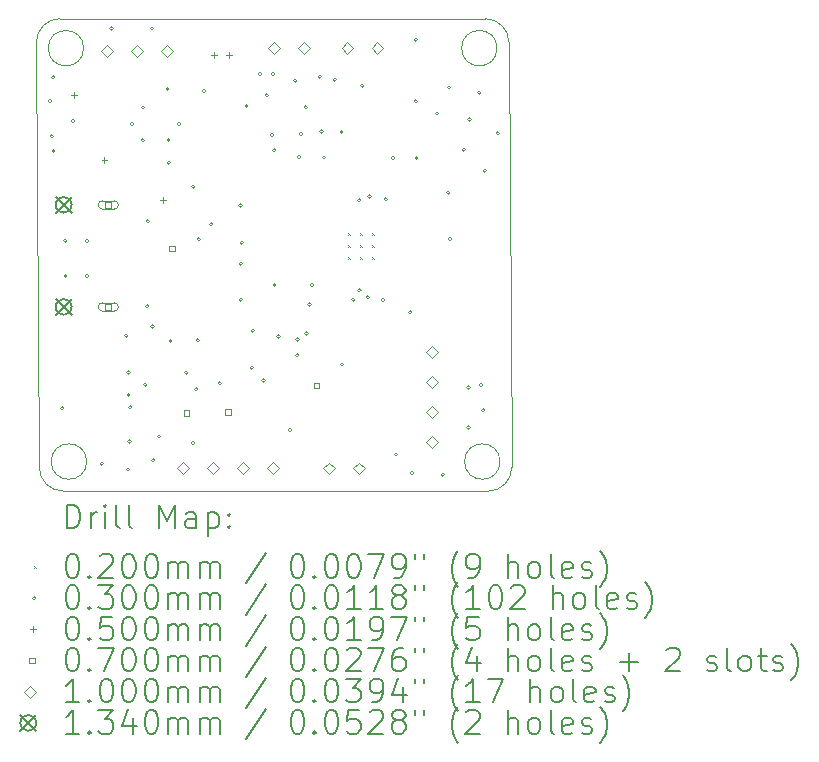
<source format=gbr>
%TF.GenerationSoftware,KiCad,Pcbnew,8.0.3*%
%TF.CreationDate,2025-04-01T13:45:38-05:00*%
%TF.ProjectId,wearable_v2_nrf,77656172-6162-46c6-955f-76325f6e7266,rev?*%
%TF.SameCoordinates,Original*%
%TF.FileFunction,Drillmap*%
%TF.FilePolarity,Positive*%
%FSLAX45Y45*%
G04 Gerber Fmt 4.5, Leading zero omitted, Abs format (unit mm)*
G04 Created by KiCad (PCBNEW 8.0.3) date 2025-04-01 13:45:38*
%MOMM*%
%LPD*%
G01*
G04 APERTURE LIST*
%ADD10C,0.050000*%
%ADD11C,0.200000*%
%ADD12C,0.100000*%
%ADD13C,0.134000*%
G04 APERTURE END LIST*
D10*
X8603921Y-5081421D02*
G75*
G02*
X8303921Y-5081421I-150000J0D01*
G01*
X8303921Y-5081421D02*
G75*
G02*
X8603921Y-5081421I150000J0D01*
G01*
X8628921Y-8581421D02*
G75*
G02*
X8328921Y-8581421I-150000J0D01*
G01*
X8328921Y-8581421D02*
G75*
G02*
X8628921Y-8581421I150000J0D01*
G01*
X8428921Y-8831421D02*
G75*
G02*
X8228919Y-8631421I-1J200001D01*
G01*
X12003921Y-4831421D02*
G75*
G02*
X12203919Y-5031421I-1J-199999D01*
G01*
X12128921Y-8581421D02*
G75*
G02*
X11828921Y-8581421I-150000J0D01*
G01*
X11828921Y-8581421D02*
G75*
G02*
X12128921Y-8581421I150000J0D01*
G01*
X8228921Y-8631421D02*
X8203921Y-5031421D01*
X12228921Y-8631421D02*
G75*
G02*
X12028921Y-8831421I-200001J1D01*
G01*
X12103921Y-5081421D02*
G75*
G02*
X11803921Y-5081421I-150000J0D01*
G01*
X11803921Y-5081421D02*
G75*
G02*
X12103921Y-5081421I150000J0D01*
G01*
X8203921Y-5031421D02*
G75*
G02*
X8403921Y-4831421I199999J1D01*
G01*
X8428921Y-8831421D02*
X12028921Y-8831421D01*
X8403921Y-4831421D02*
X12003921Y-4831421D01*
X12203921Y-5031421D02*
X12228921Y-8631421D01*
D11*
D12*
X10842500Y-6647500D02*
X10862500Y-6667500D01*
X10862500Y-6647500D02*
X10842500Y-6667500D01*
X10842500Y-6747500D02*
X10862500Y-6767500D01*
X10862500Y-6747500D02*
X10842500Y-6767500D01*
X10842500Y-6847500D02*
X10862500Y-6867500D01*
X10862500Y-6847500D02*
X10842500Y-6867500D01*
X10942500Y-6647500D02*
X10962500Y-6667500D01*
X10962500Y-6647500D02*
X10942500Y-6667500D01*
X10942500Y-6747500D02*
X10962500Y-6767500D01*
X10962500Y-6747500D02*
X10942500Y-6767500D01*
X10942500Y-6847500D02*
X10962500Y-6867500D01*
X10962500Y-6847500D02*
X10942500Y-6867500D01*
X11042500Y-6647500D02*
X11062500Y-6667500D01*
X11062500Y-6647500D02*
X11042500Y-6667500D01*
X11042500Y-6747500D02*
X11062500Y-6767500D01*
X11062500Y-6747500D02*
X11042500Y-6767500D01*
X11042500Y-6847500D02*
X11062500Y-6867500D01*
X11062500Y-6847500D02*
X11042500Y-6867500D01*
X8335000Y-5530000D02*
G75*
G02*
X8305000Y-5530000I-15000J0D01*
G01*
X8305000Y-5530000D02*
G75*
G02*
X8335000Y-5530000I15000J0D01*
G01*
X8347500Y-5827500D02*
G75*
G02*
X8317500Y-5827500I-15000J0D01*
G01*
X8317500Y-5827500D02*
G75*
G02*
X8347500Y-5827500I15000J0D01*
G01*
X8362500Y-5327500D02*
G75*
G02*
X8332500Y-5327500I-15000J0D01*
G01*
X8332500Y-5327500D02*
G75*
G02*
X8362500Y-5327500I15000J0D01*
G01*
X8365000Y-5952500D02*
G75*
G02*
X8335000Y-5952500I-15000J0D01*
G01*
X8335000Y-5952500D02*
G75*
G02*
X8365000Y-5952500I15000J0D01*
G01*
X8437500Y-8130000D02*
G75*
G02*
X8407500Y-8130000I-15000J0D01*
G01*
X8407500Y-8130000D02*
G75*
G02*
X8437500Y-8130000I15000J0D01*
G01*
X8462500Y-6712500D02*
G75*
G02*
X8432500Y-6712500I-15000J0D01*
G01*
X8432500Y-6712500D02*
G75*
G02*
X8462500Y-6712500I15000J0D01*
G01*
X8465000Y-7010000D02*
G75*
G02*
X8435000Y-7010000I-15000J0D01*
G01*
X8435000Y-7010000D02*
G75*
G02*
X8465000Y-7010000I15000J0D01*
G01*
X8528750Y-5697500D02*
G75*
G02*
X8498750Y-5697500I-15000J0D01*
G01*
X8498750Y-5697500D02*
G75*
G02*
X8528750Y-5697500I15000J0D01*
G01*
X8646250Y-6715000D02*
G75*
G02*
X8616250Y-6715000I-15000J0D01*
G01*
X8616250Y-6715000D02*
G75*
G02*
X8646250Y-6715000I15000J0D01*
G01*
X8646250Y-7010000D02*
G75*
G02*
X8616250Y-7010000I-15000J0D01*
G01*
X8616250Y-7010000D02*
G75*
G02*
X8646250Y-7010000I15000J0D01*
G01*
X8772500Y-8600000D02*
G75*
G02*
X8742500Y-8600000I-15000J0D01*
G01*
X8742500Y-8600000D02*
G75*
G02*
X8772500Y-8600000I15000J0D01*
G01*
X8855000Y-4915000D02*
G75*
G02*
X8825000Y-4915000I-15000J0D01*
G01*
X8825000Y-4915000D02*
G75*
G02*
X8855000Y-4915000I15000J0D01*
G01*
X8980000Y-7515000D02*
G75*
G02*
X8950000Y-7515000I-15000J0D01*
G01*
X8950000Y-7515000D02*
G75*
G02*
X8980000Y-7515000I15000J0D01*
G01*
X8995000Y-8650000D02*
G75*
G02*
X8965000Y-8650000I-15000J0D01*
G01*
X8965000Y-8650000D02*
G75*
G02*
X8995000Y-8650000I15000J0D01*
G01*
X8997500Y-7827500D02*
G75*
G02*
X8967500Y-7827500I-15000J0D01*
G01*
X8967500Y-7827500D02*
G75*
G02*
X8997500Y-7827500I15000J0D01*
G01*
X9000000Y-8017500D02*
G75*
G02*
X8970000Y-8017500I-15000J0D01*
G01*
X8970000Y-8017500D02*
G75*
G02*
X9000000Y-8017500I15000J0D01*
G01*
X9007500Y-8412500D02*
G75*
G02*
X8977500Y-8412500I-15000J0D01*
G01*
X8977500Y-8412500D02*
G75*
G02*
X9007500Y-8412500I15000J0D01*
G01*
X9012500Y-8122500D02*
G75*
G02*
X8982500Y-8122500I-15000J0D01*
G01*
X8982500Y-8122500D02*
G75*
G02*
X9012500Y-8122500I15000J0D01*
G01*
X9027500Y-5722500D02*
G75*
G02*
X8997500Y-5722500I-15000J0D01*
G01*
X8997500Y-5722500D02*
G75*
G02*
X9027500Y-5722500I15000J0D01*
G01*
X9120000Y-5862500D02*
G75*
G02*
X9090000Y-5862500I-15000J0D01*
G01*
X9090000Y-5862500D02*
G75*
G02*
X9120000Y-5862500I15000J0D01*
G01*
X9121000Y-5582500D02*
G75*
G02*
X9091000Y-5582500I-15000J0D01*
G01*
X9091000Y-5582500D02*
G75*
G02*
X9121000Y-5582500I15000J0D01*
G01*
X9140000Y-7930000D02*
G75*
G02*
X9110000Y-7930000I-15000J0D01*
G01*
X9110000Y-7930000D02*
G75*
G02*
X9140000Y-7930000I15000J0D01*
G01*
X9157500Y-7267500D02*
G75*
G02*
X9127500Y-7267500I-15000J0D01*
G01*
X9127500Y-7267500D02*
G75*
G02*
X9157500Y-7267500I15000J0D01*
G01*
X9162500Y-6547500D02*
G75*
G02*
X9132500Y-6547500I-15000J0D01*
G01*
X9132500Y-6547500D02*
G75*
G02*
X9162500Y-6547500I15000J0D01*
G01*
X9197500Y-4915000D02*
G75*
G02*
X9167500Y-4915000I-15000J0D01*
G01*
X9167500Y-4915000D02*
G75*
G02*
X9197500Y-4915000I15000J0D01*
G01*
X9200000Y-7437500D02*
G75*
G02*
X9170000Y-7437500I-15000J0D01*
G01*
X9170000Y-7437500D02*
G75*
G02*
X9200000Y-7437500I15000J0D01*
G01*
X9210000Y-8570000D02*
G75*
G02*
X9180000Y-8570000I-15000J0D01*
G01*
X9180000Y-8570000D02*
G75*
G02*
X9210000Y-8570000I15000J0D01*
G01*
X9257500Y-8370000D02*
G75*
G02*
X9227500Y-8370000I-15000J0D01*
G01*
X9227500Y-8370000D02*
G75*
G02*
X9257500Y-8370000I15000J0D01*
G01*
X9330000Y-5427500D02*
G75*
G02*
X9300000Y-5427500I-15000J0D01*
G01*
X9300000Y-5427500D02*
G75*
G02*
X9330000Y-5427500I15000J0D01*
G01*
X9337500Y-5860000D02*
G75*
G02*
X9307500Y-5860000I-15000J0D01*
G01*
X9307500Y-5860000D02*
G75*
G02*
X9337500Y-5860000I15000J0D01*
G01*
X9340000Y-6052500D02*
G75*
G02*
X9310000Y-6052500I-15000J0D01*
G01*
X9310000Y-6052500D02*
G75*
G02*
X9340000Y-6052500I15000J0D01*
G01*
X9355000Y-7560000D02*
G75*
G02*
X9325000Y-7560000I-15000J0D01*
G01*
X9325000Y-7560000D02*
G75*
G02*
X9355000Y-7560000I15000J0D01*
G01*
X9425000Y-5722500D02*
G75*
G02*
X9395000Y-5722500I-15000J0D01*
G01*
X9395000Y-5722500D02*
G75*
G02*
X9425000Y-5722500I15000J0D01*
G01*
X9487500Y-7830000D02*
G75*
G02*
X9457500Y-7830000I-15000J0D01*
G01*
X9457500Y-7830000D02*
G75*
G02*
X9487500Y-7830000I15000J0D01*
G01*
X9545000Y-8422500D02*
G75*
G02*
X9515000Y-8422500I-15000J0D01*
G01*
X9515000Y-8422500D02*
G75*
G02*
X9545000Y-8422500I15000J0D01*
G01*
X9547500Y-6255000D02*
G75*
G02*
X9517500Y-6255000I-15000J0D01*
G01*
X9517500Y-6255000D02*
G75*
G02*
X9547500Y-6255000I15000J0D01*
G01*
X9572500Y-7967500D02*
G75*
G02*
X9542500Y-7967500I-15000J0D01*
G01*
X9542500Y-7967500D02*
G75*
G02*
X9572500Y-7967500I15000J0D01*
G01*
X9585000Y-7555000D02*
G75*
G02*
X9555000Y-7555000I-15000J0D01*
G01*
X9555000Y-7555000D02*
G75*
G02*
X9585000Y-7555000I15000J0D01*
G01*
X9592500Y-6700000D02*
G75*
G02*
X9562500Y-6700000I-15000J0D01*
G01*
X9562500Y-6700000D02*
G75*
G02*
X9592500Y-6700000I15000J0D01*
G01*
X9637500Y-5445000D02*
G75*
G02*
X9607500Y-5445000I-15000J0D01*
G01*
X9607500Y-5445000D02*
G75*
G02*
X9637500Y-5445000I15000J0D01*
G01*
X9700000Y-6572500D02*
G75*
G02*
X9670000Y-6572500I-15000J0D01*
G01*
X9670000Y-6572500D02*
G75*
G02*
X9700000Y-6572500I15000J0D01*
G01*
X9770000Y-7917500D02*
G75*
G02*
X9740000Y-7917500I-15000J0D01*
G01*
X9740000Y-7917500D02*
G75*
G02*
X9770000Y-7917500I15000J0D01*
G01*
X9947500Y-6415000D02*
G75*
G02*
X9917500Y-6415000I-15000J0D01*
G01*
X9917500Y-6415000D02*
G75*
G02*
X9947500Y-6415000I15000J0D01*
G01*
X9949755Y-7211250D02*
G75*
G02*
X9919755Y-7211250I-15000J0D01*
G01*
X9919755Y-7211250D02*
G75*
G02*
X9949755Y-7211250I15000J0D01*
G01*
X9950000Y-6907500D02*
G75*
G02*
X9920000Y-6907500I-15000J0D01*
G01*
X9920000Y-6907500D02*
G75*
G02*
X9950000Y-6907500I15000J0D01*
G01*
X9957500Y-6727500D02*
G75*
G02*
X9927500Y-6727500I-15000J0D01*
G01*
X9927500Y-6727500D02*
G75*
G02*
X9957500Y-6727500I15000J0D01*
G01*
X9997500Y-5571250D02*
G75*
G02*
X9967500Y-5571250I-15000J0D01*
G01*
X9967500Y-5571250D02*
G75*
G02*
X9997500Y-5571250I15000J0D01*
G01*
X10042500Y-7787500D02*
G75*
G02*
X10012500Y-7787500I-15000J0D01*
G01*
X10012500Y-7787500D02*
G75*
G02*
X10042500Y-7787500I15000J0D01*
G01*
X10050000Y-7475000D02*
G75*
G02*
X10020000Y-7475000I-15000J0D01*
G01*
X10020000Y-7475000D02*
G75*
G02*
X10050000Y-7475000I15000J0D01*
G01*
X10110000Y-5300000D02*
G75*
G02*
X10080000Y-5300000I-15000J0D01*
G01*
X10080000Y-5300000D02*
G75*
G02*
X10110000Y-5300000I15000J0D01*
G01*
X10140000Y-7895000D02*
G75*
G02*
X10110000Y-7895000I-15000J0D01*
G01*
X10110000Y-7895000D02*
G75*
G02*
X10140000Y-7895000I15000J0D01*
G01*
X10170000Y-5480000D02*
G75*
G02*
X10140000Y-5480000I-15000J0D01*
G01*
X10140000Y-5480000D02*
G75*
G02*
X10170000Y-5480000I15000J0D01*
G01*
X10212500Y-5817500D02*
G75*
G02*
X10182500Y-5817500I-15000J0D01*
G01*
X10182500Y-5817500D02*
G75*
G02*
X10212500Y-5817500I15000J0D01*
G01*
X10220000Y-5300000D02*
G75*
G02*
X10190000Y-5300000I-15000J0D01*
G01*
X10190000Y-5300000D02*
G75*
G02*
X10220000Y-5300000I15000J0D01*
G01*
X10232500Y-5947500D02*
G75*
G02*
X10202500Y-5947500I-15000J0D01*
G01*
X10202500Y-5947500D02*
G75*
G02*
X10232500Y-5947500I15000J0D01*
G01*
X10235000Y-7087500D02*
G75*
G02*
X10205000Y-7087500I-15000J0D01*
G01*
X10205000Y-7087500D02*
G75*
G02*
X10235000Y-7087500I15000J0D01*
G01*
X10267500Y-7522500D02*
G75*
G02*
X10237500Y-7522500I-15000J0D01*
G01*
X10237500Y-7522500D02*
G75*
G02*
X10267500Y-7522500I15000J0D01*
G01*
X10365000Y-8315000D02*
G75*
G02*
X10335000Y-8315000I-15000J0D01*
G01*
X10335000Y-8315000D02*
G75*
G02*
X10365000Y-8315000I15000J0D01*
G01*
X10410000Y-5357500D02*
G75*
G02*
X10380000Y-5357500I-15000J0D01*
G01*
X10380000Y-5357500D02*
G75*
G02*
X10410000Y-5357500I15000J0D01*
G01*
X10427500Y-7680000D02*
G75*
G02*
X10397500Y-7680000I-15000J0D01*
G01*
X10397500Y-7680000D02*
G75*
G02*
X10427500Y-7680000I15000J0D01*
G01*
X10430000Y-7547500D02*
G75*
G02*
X10400000Y-7547500I-15000J0D01*
G01*
X10400000Y-7547500D02*
G75*
G02*
X10430000Y-7547500I15000J0D01*
G01*
X10442500Y-6003750D02*
G75*
G02*
X10412500Y-6003750I-15000J0D01*
G01*
X10412500Y-6003750D02*
G75*
G02*
X10442500Y-6003750I15000J0D01*
G01*
X10460000Y-5807500D02*
G75*
G02*
X10430000Y-5807500I-15000J0D01*
G01*
X10430000Y-5807500D02*
G75*
G02*
X10460000Y-5807500I15000J0D01*
G01*
X10500000Y-5582500D02*
G75*
G02*
X10470000Y-5582500I-15000J0D01*
G01*
X10470000Y-5582500D02*
G75*
G02*
X10500000Y-5582500I15000J0D01*
G01*
X10505000Y-7497500D02*
G75*
G02*
X10475000Y-7497500I-15000J0D01*
G01*
X10475000Y-7497500D02*
G75*
G02*
X10505000Y-7497500I15000J0D01*
G01*
X10532500Y-7252500D02*
G75*
G02*
X10502500Y-7252500I-15000J0D01*
G01*
X10502500Y-7252500D02*
G75*
G02*
X10532500Y-7252500I15000J0D01*
G01*
X10552500Y-7087500D02*
G75*
G02*
X10522500Y-7087500I-15000J0D01*
G01*
X10522500Y-7087500D02*
G75*
G02*
X10552500Y-7087500I15000J0D01*
G01*
X10619387Y-5323113D02*
G75*
G02*
X10589387Y-5323113I-15000J0D01*
G01*
X10589387Y-5323113D02*
G75*
G02*
X10619387Y-5323113I15000J0D01*
G01*
X10632500Y-5785000D02*
G75*
G02*
X10602500Y-5785000I-15000J0D01*
G01*
X10602500Y-5785000D02*
G75*
G02*
X10632500Y-5785000I15000J0D01*
G01*
X10655000Y-6007500D02*
G75*
G02*
X10625000Y-6007500I-15000J0D01*
G01*
X10625000Y-6007500D02*
G75*
G02*
X10655000Y-6007500I15000J0D01*
G01*
X10745000Y-5347500D02*
G75*
G02*
X10715000Y-5347500I-15000J0D01*
G01*
X10715000Y-5347500D02*
G75*
G02*
X10745000Y-5347500I15000J0D01*
G01*
X10802500Y-5790000D02*
G75*
G02*
X10772500Y-5790000I-15000J0D01*
G01*
X10772500Y-5790000D02*
G75*
G02*
X10802500Y-5790000I15000J0D01*
G01*
X10807500Y-7760000D02*
G75*
G02*
X10777500Y-7760000I-15000J0D01*
G01*
X10777500Y-7760000D02*
G75*
G02*
X10807500Y-7760000I15000J0D01*
G01*
X10902500Y-7212500D02*
G75*
G02*
X10872500Y-7212500I-15000J0D01*
G01*
X10872500Y-7212500D02*
G75*
G02*
X10902500Y-7212500I15000J0D01*
G01*
X10952500Y-6367500D02*
G75*
G02*
X10922500Y-6367500I-15000J0D01*
G01*
X10922500Y-6367500D02*
G75*
G02*
X10952500Y-6367500I15000J0D01*
G01*
X10952500Y-7132776D02*
G75*
G02*
X10922500Y-7132776I-15000J0D01*
G01*
X10922500Y-7132776D02*
G75*
G02*
X10952500Y-7132776I15000J0D01*
G01*
X10976250Y-5400000D02*
G75*
G02*
X10946250Y-5400000I-15000J0D01*
G01*
X10946250Y-5400000D02*
G75*
G02*
X10976250Y-5400000I15000J0D01*
G01*
X11022500Y-7190000D02*
G75*
G02*
X10992500Y-7190000I-15000J0D01*
G01*
X10992500Y-7190000D02*
G75*
G02*
X11022500Y-7190000I15000J0D01*
G01*
X11038677Y-6336176D02*
G75*
G02*
X11008677Y-6336176I-15000J0D01*
G01*
X11008677Y-6336176D02*
G75*
G02*
X11038677Y-6336176I15000J0D01*
G01*
X11152500Y-7212500D02*
G75*
G02*
X11122500Y-7212500I-15000J0D01*
G01*
X11122500Y-7212500D02*
G75*
G02*
X11152500Y-7212500I15000J0D01*
G01*
X11177500Y-6360000D02*
G75*
G02*
X11147500Y-6360000I-15000J0D01*
G01*
X11147500Y-6360000D02*
G75*
G02*
X11177500Y-6360000I15000J0D01*
G01*
X11237500Y-6010000D02*
G75*
G02*
X11207500Y-6010000I-15000J0D01*
G01*
X11207500Y-6010000D02*
G75*
G02*
X11237500Y-6010000I15000J0D01*
G01*
X11262500Y-8522500D02*
G75*
G02*
X11232500Y-8522500I-15000J0D01*
G01*
X11232500Y-8522500D02*
G75*
G02*
X11262500Y-8522500I15000J0D01*
G01*
X11382500Y-7317500D02*
G75*
G02*
X11352500Y-7317500I-15000J0D01*
G01*
X11352500Y-7317500D02*
G75*
G02*
X11382500Y-7317500I15000J0D01*
G01*
X11400000Y-8677500D02*
G75*
G02*
X11370000Y-8677500I-15000J0D01*
G01*
X11370000Y-8677500D02*
G75*
G02*
X11400000Y-8677500I15000J0D01*
G01*
X11430000Y-5010000D02*
G75*
G02*
X11400000Y-5010000I-15000J0D01*
G01*
X11400000Y-5010000D02*
G75*
G02*
X11430000Y-5010000I15000J0D01*
G01*
X11430000Y-5530000D02*
G75*
G02*
X11400000Y-5530000I-15000J0D01*
G01*
X11400000Y-5530000D02*
G75*
G02*
X11430000Y-5530000I15000J0D01*
G01*
X11437500Y-6012500D02*
G75*
G02*
X11407500Y-6012500I-15000J0D01*
G01*
X11407500Y-6012500D02*
G75*
G02*
X11437500Y-6012500I15000J0D01*
G01*
X11610000Y-5635000D02*
G75*
G02*
X11580000Y-5635000I-15000J0D01*
G01*
X11580000Y-5635000D02*
G75*
G02*
X11610000Y-5635000I15000J0D01*
G01*
X11659069Y-8692245D02*
G75*
G02*
X11629069Y-8692245I-15000J0D01*
G01*
X11629069Y-8692245D02*
G75*
G02*
X11659069Y-8692245I15000J0D01*
G01*
X11704350Y-6305750D02*
G75*
G02*
X11674350Y-6305750I-15000J0D01*
G01*
X11674350Y-6305750D02*
G75*
G02*
X11704350Y-6305750I15000J0D01*
G01*
X11712500Y-5415000D02*
G75*
G02*
X11682500Y-5415000I-15000J0D01*
G01*
X11682500Y-5415000D02*
G75*
G02*
X11712500Y-5415000I15000J0D01*
G01*
X11722500Y-6697500D02*
G75*
G02*
X11692500Y-6697500I-15000J0D01*
G01*
X11692500Y-6697500D02*
G75*
G02*
X11722500Y-6697500I15000J0D01*
G01*
X11835650Y-5941950D02*
G75*
G02*
X11805650Y-5941950I-15000J0D01*
G01*
X11805650Y-5941950D02*
G75*
G02*
X11835650Y-5941950I15000J0D01*
G01*
X11877500Y-7955000D02*
G75*
G02*
X11847500Y-7955000I-15000J0D01*
G01*
X11847500Y-7955000D02*
G75*
G02*
X11877500Y-7955000I15000J0D01*
G01*
X11877500Y-8292500D02*
G75*
G02*
X11847500Y-8292500I-15000J0D01*
G01*
X11847500Y-8292500D02*
G75*
G02*
X11877500Y-8292500I15000J0D01*
G01*
X11885000Y-5685000D02*
G75*
G02*
X11855000Y-5685000I-15000J0D01*
G01*
X11855000Y-5685000D02*
G75*
G02*
X11885000Y-5685000I15000J0D01*
G01*
X11967500Y-5457500D02*
G75*
G02*
X11937500Y-5457500I-15000J0D01*
G01*
X11937500Y-5457500D02*
G75*
G02*
X11967500Y-5457500I15000J0D01*
G01*
X11982500Y-7932500D02*
G75*
G02*
X11952500Y-7932500I-15000J0D01*
G01*
X11952500Y-7932500D02*
G75*
G02*
X11982500Y-7932500I15000J0D01*
G01*
X12002951Y-8147766D02*
G75*
G02*
X11972951Y-8147766I-15000J0D01*
G01*
X11972951Y-8147766D02*
G75*
G02*
X12002951Y-8147766I15000J0D01*
G01*
X12013150Y-6119450D02*
G75*
G02*
X11983150Y-6119450I-15000J0D01*
G01*
X11983150Y-6119450D02*
G75*
G02*
X12013150Y-6119450I15000J0D01*
G01*
X12125000Y-5800000D02*
G75*
G02*
X12095000Y-5800000I-15000J0D01*
G01*
X12095000Y-5800000D02*
G75*
G02*
X12125000Y-5800000I15000J0D01*
G01*
X8525000Y-5450000D02*
X8525000Y-5500000D01*
X8500000Y-5475000D02*
X8550000Y-5475000D01*
X8780000Y-6000000D02*
X8780000Y-6050000D01*
X8755000Y-6025000D02*
X8805000Y-6025000D01*
X9272500Y-6342500D02*
X9272500Y-6392500D01*
X9247500Y-6367500D02*
X9297500Y-6367500D01*
X9710000Y-5112500D02*
X9710000Y-5162500D01*
X9685000Y-5137500D02*
X9735000Y-5137500D01*
X9835000Y-5112500D02*
X9835000Y-5162500D01*
X9810000Y-5137500D02*
X9860000Y-5137500D01*
X8836599Y-6432949D02*
X8836599Y-6383451D01*
X8787101Y-6383451D01*
X8787101Y-6432949D01*
X8836599Y-6432949D01*
X8861850Y-6373200D02*
X8761850Y-6373200D01*
X8761850Y-6443200D02*
G75*
G02*
X8761850Y-6373200I0J35000D01*
G01*
X8761850Y-6443200D02*
X8861850Y-6443200D01*
X8861850Y-6443200D02*
G75*
G03*
X8861850Y-6373200I0J35000D01*
G01*
X8836599Y-7296549D02*
X8836599Y-7247051D01*
X8787101Y-7247051D01*
X8787101Y-7296549D01*
X8836599Y-7296549D01*
X8861850Y-7236800D02*
X8761850Y-7236800D01*
X8761850Y-7306800D02*
G75*
G02*
X8761850Y-7236800I0J35000D01*
G01*
X8761850Y-7306800D02*
X8861850Y-7306800D01*
X8861850Y-7306800D02*
G75*
G03*
X8861850Y-7236800I0J35000D01*
G01*
X9379749Y-6802249D02*
X9379749Y-6752751D01*
X9330251Y-6752751D01*
X9330251Y-6802249D01*
X9379749Y-6802249D01*
X9499749Y-8192249D02*
X9499749Y-8142751D01*
X9450251Y-8142751D01*
X9450251Y-8192249D01*
X9499749Y-8192249D01*
X9852249Y-8189749D02*
X9852249Y-8140251D01*
X9802751Y-8140251D01*
X9802751Y-8189749D01*
X9852249Y-8189749D01*
X10599749Y-7962249D02*
X10599749Y-7912751D01*
X10550251Y-7912751D01*
X10550251Y-7962249D01*
X10599749Y-7962249D01*
X8803500Y-5155000D02*
X8853500Y-5105000D01*
X8803500Y-5055000D01*
X8753500Y-5105000D01*
X8803500Y-5155000D01*
X9057500Y-5155000D02*
X9107500Y-5105000D01*
X9057500Y-5055000D01*
X9007500Y-5105000D01*
X9057500Y-5155000D01*
X9311500Y-5155000D02*
X9361500Y-5105000D01*
X9311500Y-5055000D01*
X9261500Y-5105000D01*
X9311500Y-5155000D01*
X9448000Y-8685000D02*
X9498000Y-8635000D01*
X9448000Y-8585000D01*
X9398000Y-8635000D01*
X9448000Y-8685000D01*
X9702000Y-8685000D02*
X9752000Y-8635000D01*
X9702000Y-8585000D01*
X9652000Y-8635000D01*
X9702000Y-8685000D01*
X9956000Y-8685000D02*
X10006000Y-8635000D01*
X9956000Y-8585000D01*
X9906000Y-8635000D01*
X9956000Y-8685000D01*
X10210000Y-8685000D02*
X10260000Y-8635000D01*
X10210000Y-8585000D01*
X10160000Y-8635000D01*
X10210000Y-8685000D01*
X10218500Y-5130000D02*
X10268500Y-5080000D01*
X10218500Y-5030000D01*
X10168500Y-5080000D01*
X10218500Y-5130000D01*
X10472500Y-5130000D02*
X10522500Y-5080000D01*
X10472500Y-5030000D01*
X10422500Y-5080000D01*
X10472500Y-5130000D01*
X10682500Y-8690000D02*
X10732500Y-8640000D01*
X10682500Y-8590000D01*
X10632500Y-8640000D01*
X10682500Y-8690000D01*
X10837500Y-5127500D02*
X10887500Y-5077500D01*
X10837500Y-5027500D01*
X10787500Y-5077500D01*
X10837500Y-5127500D01*
X10936500Y-8690000D02*
X10986500Y-8640000D01*
X10936500Y-8590000D01*
X10886500Y-8640000D01*
X10936500Y-8690000D01*
X11091500Y-5127500D02*
X11141500Y-5077500D01*
X11091500Y-5027500D01*
X11041500Y-5077500D01*
X11091500Y-5127500D01*
X11555000Y-7704500D02*
X11605000Y-7654500D01*
X11555000Y-7604500D01*
X11505000Y-7654500D01*
X11555000Y-7704500D01*
X11555000Y-7958500D02*
X11605000Y-7908500D01*
X11555000Y-7858500D01*
X11505000Y-7908500D01*
X11555000Y-7958500D01*
X11555000Y-8212500D02*
X11605000Y-8162500D01*
X11555000Y-8112500D01*
X11505000Y-8162500D01*
X11555000Y-8212500D01*
X11555000Y-8466500D02*
X11605000Y-8416500D01*
X11555000Y-8366500D01*
X11505000Y-8416500D01*
X11555000Y-8466500D01*
D13*
X8367750Y-6341000D02*
X8501750Y-6475000D01*
X8501750Y-6341000D02*
X8367750Y-6475000D01*
X8501750Y-6408000D02*
G75*
G02*
X8367750Y-6408000I-67000J0D01*
G01*
X8367750Y-6408000D02*
G75*
G02*
X8501750Y-6408000I67000J0D01*
G01*
X8367750Y-7205000D02*
X8501750Y-7339000D01*
X8501750Y-7205000D02*
X8367750Y-7339000D01*
X8501750Y-7272000D02*
G75*
G02*
X8367750Y-7272000I-67000J0D01*
G01*
X8367750Y-7272000D02*
G75*
G02*
X8501750Y-7272000I67000J0D01*
G01*
D11*
X8462198Y-9145405D02*
X8462198Y-8945405D01*
X8462198Y-8945405D02*
X8509817Y-8945405D01*
X8509817Y-8945405D02*
X8538389Y-8954929D01*
X8538389Y-8954929D02*
X8557436Y-8973977D01*
X8557436Y-8973977D02*
X8566960Y-8993024D01*
X8566960Y-8993024D02*
X8576484Y-9031119D01*
X8576484Y-9031119D02*
X8576484Y-9059691D01*
X8576484Y-9059691D02*
X8566960Y-9097786D01*
X8566960Y-9097786D02*
X8557436Y-9116834D01*
X8557436Y-9116834D02*
X8538389Y-9135881D01*
X8538389Y-9135881D02*
X8509817Y-9145405D01*
X8509817Y-9145405D02*
X8462198Y-9145405D01*
X8662198Y-9145405D02*
X8662198Y-9012072D01*
X8662198Y-9050167D02*
X8671722Y-9031119D01*
X8671722Y-9031119D02*
X8681246Y-9021596D01*
X8681246Y-9021596D02*
X8700293Y-9012072D01*
X8700293Y-9012072D02*
X8719341Y-9012072D01*
X8786008Y-9145405D02*
X8786008Y-9012072D01*
X8786008Y-8945405D02*
X8776484Y-8954929D01*
X8776484Y-8954929D02*
X8786008Y-8964453D01*
X8786008Y-8964453D02*
X8795532Y-8954929D01*
X8795532Y-8954929D02*
X8786008Y-8945405D01*
X8786008Y-8945405D02*
X8786008Y-8964453D01*
X8909817Y-9145405D02*
X8890770Y-9135881D01*
X8890770Y-9135881D02*
X8881246Y-9116834D01*
X8881246Y-9116834D02*
X8881246Y-8945405D01*
X9014579Y-9145405D02*
X8995532Y-9135881D01*
X8995532Y-9135881D02*
X8986008Y-9116834D01*
X8986008Y-9116834D02*
X8986008Y-8945405D01*
X9243151Y-9145405D02*
X9243151Y-8945405D01*
X9243151Y-8945405D02*
X9309817Y-9088262D01*
X9309817Y-9088262D02*
X9376484Y-8945405D01*
X9376484Y-8945405D02*
X9376484Y-9145405D01*
X9557436Y-9145405D02*
X9557436Y-9040643D01*
X9557436Y-9040643D02*
X9547913Y-9021596D01*
X9547913Y-9021596D02*
X9528865Y-9012072D01*
X9528865Y-9012072D02*
X9490770Y-9012072D01*
X9490770Y-9012072D02*
X9471722Y-9021596D01*
X9557436Y-9135881D02*
X9538389Y-9145405D01*
X9538389Y-9145405D02*
X9490770Y-9145405D01*
X9490770Y-9145405D02*
X9471722Y-9135881D01*
X9471722Y-9135881D02*
X9462198Y-9116834D01*
X9462198Y-9116834D02*
X9462198Y-9097786D01*
X9462198Y-9097786D02*
X9471722Y-9078739D01*
X9471722Y-9078739D02*
X9490770Y-9069215D01*
X9490770Y-9069215D02*
X9538389Y-9069215D01*
X9538389Y-9069215D02*
X9557436Y-9059691D01*
X9652674Y-9012072D02*
X9652674Y-9212072D01*
X9652674Y-9021596D02*
X9671722Y-9012072D01*
X9671722Y-9012072D02*
X9709817Y-9012072D01*
X9709817Y-9012072D02*
X9728865Y-9021596D01*
X9728865Y-9021596D02*
X9738389Y-9031119D01*
X9738389Y-9031119D02*
X9747913Y-9050167D01*
X9747913Y-9050167D02*
X9747913Y-9107310D01*
X9747913Y-9107310D02*
X9738389Y-9126358D01*
X9738389Y-9126358D02*
X9728865Y-9135881D01*
X9728865Y-9135881D02*
X9709817Y-9145405D01*
X9709817Y-9145405D02*
X9671722Y-9145405D01*
X9671722Y-9145405D02*
X9652674Y-9135881D01*
X9833627Y-9126358D02*
X9843151Y-9135881D01*
X9843151Y-9135881D02*
X9833627Y-9145405D01*
X9833627Y-9145405D02*
X9824103Y-9135881D01*
X9824103Y-9135881D02*
X9833627Y-9126358D01*
X9833627Y-9126358D02*
X9833627Y-9145405D01*
X9833627Y-9021596D02*
X9843151Y-9031119D01*
X9843151Y-9031119D02*
X9833627Y-9040643D01*
X9833627Y-9040643D02*
X9824103Y-9031119D01*
X9824103Y-9031119D02*
X9833627Y-9021596D01*
X9833627Y-9021596D02*
X9833627Y-9040643D01*
D12*
X8181421Y-9463921D02*
X8201421Y-9483921D01*
X8201421Y-9463921D02*
X8181421Y-9483921D01*
D11*
X8500293Y-9365405D02*
X8519341Y-9365405D01*
X8519341Y-9365405D02*
X8538389Y-9374929D01*
X8538389Y-9374929D02*
X8547913Y-9384453D01*
X8547913Y-9384453D02*
X8557436Y-9403500D01*
X8557436Y-9403500D02*
X8566960Y-9441596D01*
X8566960Y-9441596D02*
X8566960Y-9489215D01*
X8566960Y-9489215D02*
X8557436Y-9527310D01*
X8557436Y-9527310D02*
X8547913Y-9546358D01*
X8547913Y-9546358D02*
X8538389Y-9555881D01*
X8538389Y-9555881D02*
X8519341Y-9565405D01*
X8519341Y-9565405D02*
X8500293Y-9565405D01*
X8500293Y-9565405D02*
X8481246Y-9555881D01*
X8481246Y-9555881D02*
X8471722Y-9546358D01*
X8471722Y-9546358D02*
X8462198Y-9527310D01*
X8462198Y-9527310D02*
X8452674Y-9489215D01*
X8452674Y-9489215D02*
X8452674Y-9441596D01*
X8452674Y-9441596D02*
X8462198Y-9403500D01*
X8462198Y-9403500D02*
X8471722Y-9384453D01*
X8471722Y-9384453D02*
X8481246Y-9374929D01*
X8481246Y-9374929D02*
X8500293Y-9365405D01*
X8652674Y-9546358D02*
X8662198Y-9555881D01*
X8662198Y-9555881D02*
X8652674Y-9565405D01*
X8652674Y-9565405D02*
X8643151Y-9555881D01*
X8643151Y-9555881D02*
X8652674Y-9546358D01*
X8652674Y-9546358D02*
X8652674Y-9565405D01*
X8738389Y-9384453D02*
X8747913Y-9374929D01*
X8747913Y-9374929D02*
X8766960Y-9365405D01*
X8766960Y-9365405D02*
X8814579Y-9365405D01*
X8814579Y-9365405D02*
X8833627Y-9374929D01*
X8833627Y-9374929D02*
X8843151Y-9384453D01*
X8843151Y-9384453D02*
X8852674Y-9403500D01*
X8852674Y-9403500D02*
X8852674Y-9422548D01*
X8852674Y-9422548D02*
X8843151Y-9451119D01*
X8843151Y-9451119D02*
X8728865Y-9565405D01*
X8728865Y-9565405D02*
X8852674Y-9565405D01*
X8976484Y-9365405D02*
X8995532Y-9365405D01*
X8995532Y-9365405D02*
X9014579Y-9374929D01*
X9014579Y-9374929D02*
X9024103Y-9384453D01*
X9024103Y-9384453D02*
X9033627Y-9403500D01*
X9033627Y-9403500D02*
X9043151Y-9441596D01*
X9043151Y-9441596D02*
X9043151Y-9489215D01*
X9043151Y-9489215D02*
X9033627Y-9527310D01*
X9033627Y-9527310D02*
X9024103Y-9546358D01*
X9024103Y-9546358D02*
X9014579Y-9555881D01*
X9014579Y-9555881D02*
X8995532Y-9565405D01*
X8995532Y-9565405D02*
X8976484Y-9565405D01*
X8976484Y-9565405D02*
X8957436Y-9555881D01*
X8957436Y-9555881D02*
X8947913Y-9546358D01*
X8947913Y-9546358D02*
X8938389Y-9527310D01*
X8938389Y-9527310D02*
X8928865Y-9489215D01*
X8928865Y-9489215D02*
X8928865Y-9441596D01*
X8928865Y-9441596D02*
X8938389Y-9403500D01*
X8938389Y-9403500D02*
X8947913Y-9384453D01*
X8947913Y-9384453D02*
X8957436Y-9374929D01*
X8957436Y-9374929D02*
X8976484Y-9365405D01*
X9166960Y-9365405D02*
X9186008Y-9365405D01*
X9186008Y-9365405D02*
X9205055Y-9374929D01*
X9205055Y-9374929D02*
X9214579Y-9384453D01*
X9214579Y-9384453D02*
X9224103Y-9403500D01*
X9224103Y-9403500D02*
X9233627Y-9441596D01*
X9233627Y-9441596D02*
X9233627Y-9489215D01*
X9233627Y-9489215D02*
X9224103Y-9527310D01*
X9224103Y-9527310D02*
X9214579Y-9546358D01*
X9214579Y-9546358D02*
X9205055Y-9555881D01*
X9205055Y-9555881D02*
X9186008Y-9565405D01*
X9186008Y-9565405D02*
X9166960Y-9565405D01*
X9166960Y-9565405D02*
X9147913Y-9555881D01*
X9147913Y-9555881D02*
X9138389Y-9546358D01*
X9138389Y-9546358D02*
X9128865Y-9527310D01*
X9128865Y-9527310D02*
X9119341Y-9489215D01*
X9119341Y-9489215D02*
X9119341Y-9441596D01*
X9119341Y-9441596D02*
X9128865Y-9403500D01*
X9128865Y-9403500D02*
X9138389Y-9384453D01*
X9138389Y-9384453D02*
X9147913Y-9374929D01*
X9147913Y-9374929D02*
X9166960Y-9365405D01*
X9319341Y-9565405D02*
X9319341Y-9432072D01*
X9319341Y-9451119D02*
X9328865Y-9441596D01*
X9328865Y-9441596D02*
X9347913Y-9432072D01*
X9347913Y-9432072D02*
X9376484Y-9432072D01*
X9376484Y-9432072D02*
X9395532Y-9441596D01*
X9395532Y-9441596D02*
X9405055Y-9460643D01*
X9405055Y-9460643D02*
X9405055Y-9565405D01*
X9405055Y-9460643D02*
X9414579Y-9441596D01*
X9414579Y-9441596D02*
X9433627Y-9432072D01*
X9433627Y-9432072D02*
X9462198Y-9432072D01*
X9462198Y-9432072D02*
X9481246Y-9441596D01*
X9481246Y-9441596D02*
X9490770Y-9460643D01*
X9490770Y-9460643D02*
X9490770Y-9565405D01*
X9586008Y-9565405D02*
X9586008Y-9432072D01*
X9586008Y-9451119D02*
X9595532Y-9441596D01*
X9595532Y-9441596D02*
X9614579Y-9432072D01*
X9614579Y-9432072D02*
X9643151Y-9432072D01*
X9643151Y-9432072D02*
X9662198Y-9441596D01*
X9662198Y-9441596D02*
X9671722Y-9460643D01*
X9671722Y-9460643D02*
X9671722Y-9565405D01*
X9671722Y-9460643D02*
X9681246Y-9441596D01*
X9681246Y-9441596D02*
X9700294Y-9432072D01*
X9700294Y-9432072D02*
X9728865Y-9432072D01*
X9728865Y-9432072D02*
X9747913Y-9441596D01*
X9747913Y-9441596D02*
X9757436Y-9460643D01*
X9757436Y-9460643D02*
X9757436Y-9565405D01*
X10147913Y-9355881D02*
X9976484Y-9613024D01*
X10405056Y-9365405D02*
X10424103Y-9365405D01*
X10424103Y-9365405D02*
X10443151Y-9374929D01*
X10443151Y-9374929D02*
X10452675Y-9384453D01*
X10452675Y-9384453D02*
X10462198Y-9403500D01*
X10462198Y-9403500D02*
X10471722Y-9441596D01*
X10471722Y-9441596D02*
X10471722Y-9489215D01*
X10471722Y-9489215D02*
X10462198Y-9527310D01*
X10462198Y-9527310D02*
X10452675Y-9546358D01*
X10452675Y-9546358D02*
X10443151Y-9555881D01*
X10443151Y-9555881D02*
X10424103Y-9565405D01*
X10424103Y-9565405D02*
X10405056Y-9565405D01*
X10405056Y-9565405D02*
X10386008Y-9555881D01*
X10386008Y-9555881D02*
X10376484Y-9546358D01*
X10376484Y-9546358D02*
X10366960Y-9527310D01*
X10366960Y-9527310D02*
X10357437Y-9489215D01*
X10357437Y-9489215D02*
X10357437Y-9441596D01*
X10357437Y-9441596D02*
X10366960Y-9403500D01*
X10366960Y-9403500D02*
X10376484Y-9384453D01*
X10376484Y-9384453D02*
X10386008Y-9374929D01*
X10386008Y-9374929D02*
X10405056Y-9365405D01*
X10557437Y-9546358D02*
X10566960Y-9555881D01*
X10566960Y-9555881D02*
X10557437Y-9565405D01*
X10557437Y-9565405D02*
X10547913Y-9555881D01*
X10547913Y-9555881D02*
X10557437Y-9546358D01*
X10557437Y-9546358D02*
X10557437Y-9565405D01*
X10690770Y-9365405D02*
X10709818Y-9365405D01*
X10709818Y-9365405D02*
X10728865Y-9374929D01*
X10728865Y-9374929D02*
X10738389Y-9384453D01*
X10738389Y-9384453D02*
X10747913Y-9403500D01*
X10747913Y-9403500D02*
X10757437Y-9441596D01*
X10757437Y-9441596D02*
X10757437Y-9489215D01*
X10757437Y-9489215D02*
X10747913Y-9527310D01*
X10747913Y-9527310D02*
X10738389Y-9546358D01*
X10738389Y-9546358D02*
X10728865Y-9555881D01*
X10728865Y-9555881D02*
X10709818Y-9565405D01*
X10709818Y-9565405D02*
X10690770Y-9565405D01*
X10690770Y-9565405D02*
X10671722Y-9555881D01*
X10671722Y-9555881D02*
X10662198Y-9546358D01*
X10662198Y-9546358D02*
X10652675Y-9527310D01*
X10652675Y-9527310D02*
X10643151Y-9489215D01*
X10643151Y-9489215D02*
X10643151Y-9441596D01*
X10643151Y-9441596D02*
X10652675Y-9403500D01*
X10652675Y-9403500D02*
X10662198Y-9384453D01*
X10662198Y-9384453D02*
X10671722Y-9374929D01*
X10671722Y-9374929D02*
X10690770Y-9365405D01*
X10881246Y-9365405D02*
X10900294Y-9365405D01*
X10900294Y-9365405D02*
X10919341Y-9374929D01*
X10919341Y-9374929D02*
X10928865Y-9384453D01*
X10928865Y-9384453D02*
X10938389Y-9403500D01*
X10938389Y-9403500D02*
X10947913Y-9441596D01*
X10947913Y-9441596D02*
X10947913Y-9489215D01*
X10947913Y-9489215D02*
X10938389Y-9527310D01*
X10938389Y-9527310D02*
X10928865Y-9546358D01*
X10928865Y-9546358D02*
X10919341Y-9555881D01*
X10919341Y-9555881D02*
X10900294Y-9565405D01*
X10900294Y-9565405D02*
X10881246Y-9565405D01*
X10881246Y-9565405D02*
X10862198Y-9555881D01*
X10862198Y-9555881D02*
X10852675Y-9546358D01*
X10852675Y-9546358D02*
X10843151Y-9527310D01*
X10843151Y-9527310D02*
X10833627Y-9489215D01*
X10833627Y-9489215D02*
X10833627Y-9441596D01*
X10833627Y-9441596D02*
X10843151Y-9403500D01*
X10843151Y-9403500D02*
X10852675Y-9384453D01*
X10852675Y-9384453D02*
X10862198Y-9374929D01*
X10862198Y-9374929D02*
X10881246Y-9365405D01*
X11014579Y-9365405D02*
X11147913Y-9365405D01*
X11147913Y-9365405D02*
X11062198Y-9565405D01*
X11233627Y-9565405D02*
X11271722Y-9565405D01*
X11271722Y-9565405D02*
X11290770Y-9555881D01*
X11290770Y-9555881D02*
X11300294Y-9546358D01*
X11300294Y-9546358D02*
X11319341Y-9517786D01*
X11319341Y-9517786D02*
X11328865Y-9479691D01*
X11328865Y-9479691D02*
X11328865Y-9403500D01*
X11328865Y-9403500D02*
X11319341Y-9384453D01*
X11319341Y-9384453D02*
X11309817Y-9374929D01*
X11309817Y-9374929D02*
X11290770Y-9365405D01*
X11290770Y-9365405D02*
X11252675Y-9365405D01*
X11252675Y-9365405D02*
X11233627Y-9374929D01*
X11233627Y-9374929D02*
X11224103Y-9384453D01*
X11224103Y-9384453D02*
X11214579Y-9403500D01*
X11214579Y-9403500D02*
X11214579Y-9451119D01*
X11214579Y-9451119D02*
X11224103Y-9470167D01*
X11224103Y-9470167D02*
X11233627Y-9479691D01*
X11233627Y-9479691D02*
X11252675Y-9489215D01*
X11252675Y-9489215D02*
X11290770Y-9489215D01*
X11290770Y-9489215D02*
X11309817Y-9479691D01*
X11309817Y-9479691D02*
X11319341Y-9470167D01*
X11319341Y-9470167D02*
X11328865Y-9451119D01*
X11405056Y-9365405D02*
X11405056Y-9403500D01*
X11481246Y-9365405D02*
X11481246Y-9403500D01*
X11776484Y-9641596D02*
X11766960Y-9632072D01*
X11766960Y-9632072D02*
X11747913Y-9603500D01*
X11747913Y-9603500D02*
X11738389Y-9584453D01*
X11738389Y-9584453D02*
X11728865Y-9555881D01*
X11728865Y-9555881D02*
X11719341Y-9508262D01*
X11719341Y-9508262D02*
X11719341Y-9470167D01*
X11719341Y-9470167D02*
X11728865Y-9422548D01*
X11728865Y-9422548D02*
X11738389Y-9393977D01*
X11738389Y-9393977D02*
X11747913Y-9374929D01*
X11747913Y-9374929D02*
X11766960Y-9346358D01*
X11766960Y-9346358D02*
X11776484Y-9336834D01*
X11862198Y-9565405D02*
X11900294Y-9565405D01*
X11900294Y-9565405D02*
X11919341Y-9555881D01*
X11919341Y-9555881D02*
X11928865Y-9546358D01*
X11928865Y-9546358D02*
X11947913Y-9517786D01*
X11947913Y-9517786D02*
X11957437Y-9479691D01*
X11957437Y-9479691D02*
X11957437Y-9403500D01*
X11957437Y-9403500D02*
X11947913Y-9384453D01*
X11947913Y-9384453D02*
X11938389Y-9374929D01*
X11938389Y-9374929D02*
X11919341Y-9365405D01*
X11919341Y-9365405D02*
X11881246Y-9365405D01*
X11881246Y-9365405D02*
X11862198Y-9374929D01*
X11862198Y-9374929D02*
X11852675Y-9384453D01*
X11852675Y-9384453D02*
X11843151Y-9403500D01*
X11843151Y-9403500D02*
X11843151Y-9451119D01*
X11843151Y-9451119D02*
X11852675Y-9470167D01*
X11852675Y-9470167D02*
X11862198Y-9479691D01*
X11862198Y-9479691D02*
X11881246Y-9489215D01*
X11881246Y-9489215D02*
X11919341Y-9489215D01*
X11919341Y-9489215D02*
X11938389Y-9479691D01*
X11938389Y-9479691D02*
X11947913Y-9470167D01*
X11947913Y-9470167D02*
X11957437Y-9451119D01*
X12195532Y-9565405D02*
X12195532Y-9365405D01*
X12281246Y-9565405D02*
X12281246Y-9460643D01*
X12281246Y-9460643D02*
X12271722Y-9441596D01*
X12271722Y-9441596D02*
X12252675Y-9432072D01*
X12252675Y-9432072D02*
X12224103Y-9432072D01*
X12224103Y-9432072D02*
X12205056Y-9441596D01*
X12205056Y-9441596D02*
X12195532Y-9451119D01*
X12405056Y-9565405D02*
X12386008Y-9555881D01*
X12386008Y-9555881D02*
X12376484Y-9546358D01*
X12376484Y-9546358D02*
X12366960Y-9527310D01*
X12366960Y-9527310D02*
X12366960Y-9470167D01*
X12366960Y-9470167D02*
X12376484Y-9451119D01*
X12376484Y-9451119D02*
X12386008Y-9441596D01*
X12386008Y-9441596D02*
X12405056Y-9432072D01*
X12405056Y-9432072D02*
X12433627Y-9432072D01*
X12433627Y-9432072D02*
X12452675Y-9441596D01*
X12452675Y-9441596D02*
X12462199Y-9451119D01*
X12462199Y-9451119D02*
X12471722Y-9470167D01*
X12471722Y-9470167D02*
X12471722Y-9527310D01*
X12471722Y-9527310D02*
X12462199Y-9546358D01*
X12462199Y-9546358D02*
X12452675Y-9555881D01*
X12452675Y-9555881D02*
X12433627Y-9565405D01*
X12433627Y-9565405D02*
X12405056Y-9565405D01*
X12586008Y-9565405D02*
X12566960Y-9555881D01*
X12566960Y-9555881D02*
X12557437Y-9536834D01*
X12557437Y-9536834D02*
X12557437Y-9365405D01*
X12738389Y-9555881D02*
X12719341Y-9565405D01*
X12719341Y-9565405D02*
X12681246Y-9565405D01*
X12681246Y-9565405D02*
X12662199Y-9555881D01*
X12662199Y-9555881D02*
X12652675Y-9536834D01*
X12652675Y-9536834D02*
X12652675Y-9460643D01*
X12652675Y-9460643D02*
X12662199Y-9441596D01*
X12662199Y-9441596D02*
X12681246Y-9432072D01*
X12681246Y-9432072D02*
X12719341Y-9432072D01*
X12719341Y-9432072D02*
X12738389Y-9441596D01*
X12738389Y-9441596D02*
X12747913Y-9460643D01*
X12747913Y-9460643D02*
X12747913Y-9479691D01*
X12747913Y-9479691D02*
X12652675Y-9498739D01*
X12824103Y-9555881D02*
X12843151Y-9565405D01*
X12843151Y-9565405D02*
X12881246Y-9565405D01*
X12881246Y-9565405D02*
X12900294Y-9555881D01*
X12900294Y-9555881D02*
X12909818Y-9536834D01*
X12909818Y-9536834D02*
X12909818Y-9527310D01*
X12909818Y-9527310D02*
X12900294Y-9508262D01*
X12900294Y-9508262D02*
X12881246Y-9498739D01*
X12881246Y-9498739D02*
X12852675Y-9498739D01*
X12852675Y-9498739D02*
X12833627Y-9489215D01*
X12833627Y-9489215D02*
X12824103Y-9470167D01*
X12824103Y-9470167D02*
X12824103Y-9460643D01*
X12824103Y-9460643D02*
X12833627Y-9441596D01*
X12833627Y-9441596D02*
X12852675Y-9432072D01*
X12852675Y-9432072D02*
X12881246Y-9432072D01*
X12881246Y-9432072D02*
X12900294Y-9441596D01*
X12976484Y-9641596D02*
X12986008Y-9632072D01*
X12986008Y-9632072D02*
X13005056Y-9603500D01*
X13005056Y-9603500D02*
X13014580Y-9584453D01*
X13014580Y-9584453D02*
X13024103Y-9555881D01*
X13024103Y-9555881D02*
X13033627Y-9508262D01*
X13033627Y-9508262D02*
X13033627Y-9470167D01*
X13033627Y-9470167D02*
X13024103Y-9422548D01*
X13024103Y-9422548D02*
X13014580Y-9393977D01*
X13014580Y-9393977D02*
X13005056Y-9374929D01*
X13005056Y-9374929D02*
X12986008Y-9346358D01*
X12986008Y-9346358D02*
X12976484Y-9336834D01*
D12*
X8201421Y-9737921D02*
G75*
G02*
X8171421Y-9737921I-15000J0D01*
G01*
X8171421Y-9737921D02*
G75*
G02*
X8201421Y-9737921I15000J0D01*
G01*
D11*
X8500293Y-9629405D02*
X8519341Y-9629405D01*
X8519341Y-9629405D02*
X8538389Y-9638929D01*
X8538389Y-9638929D02*
X8547913Y-9648453D01*
X8547913Y-9648453D02*
X8557436Y-9667500D01*
X8557436Y-9667500D02*
X8566960Y-9705596D01*
X8566960Y-9705596D02*
X8566960Y-9753215D01*
X8566960Y-9753215D02*
X8557436Y-9791310D01*
X8557436Y-9791310D02*
X8547913Y-9810358D01*
X8547913Y-9810358D02*
X8538389Y-9819881D01*
X8538389Y-9819881D02*
X8519341Y-9829405D01*
X8519341Y-9829405D02*
X8500293Y-9829405D01*
X8500293Y-9829405D02*
X8481246Y-9819881D01*
X8481246Y-9819881D02*
X8471722Y-9810358D01*
X8471722Y-9810358D02*
X8462198Y-9791310D01*
X8462198Y-9791310D02*
X8452674Y-9753215D01*
X8452674Y-9753215D02*
X8452674Y-9705596D01*
X8452674Y-9705596D02*
X8462198Y-9667500D01*
X8462198Y-9667500D02*
X8471722Y-9648453D01*
X8471722Y-9648453D02*
X8481246Y-9638929D01*
X8481246Y-9638929D02*
X8500293Y-9629405D01*
X8652674Y-9810358D02*
X8662198Y-9819881D01*
X8662198Y-9819881D02*
X8652674Y-9829405D01*
X8652674Y-9829405D02*
X8643151Y-9819881D01*
X8643151Y-9819881D02*
X8652674Y-9810358D01*
X8652674Y-9810358D02*
X8652674Y-9829405D01*
X8728865Y-9629405D02*
X8852674Y-9629405D01*
X8852674Y-9629405D02*
X8786008Y-9705596D01*
X8786008Y-9705596D02*
X8814579Y-9705596D01*
X8814579Y-9705596D02*
X8833627Y-9715119D01*
X8833627Y-9715119D02*
X8843151Y-9724643D01*
X8843151Y-9724643D02*
X8852674Y-9743691D01*
X8852674Y-9743691D02*
X8852674Y-9791310D01*
X8852674Y-9791310D02*
X8843151Y-9810358D01*
X8843151Y-9810358D02*
X8833627Y-9819881D01*
X8833627Y-9819881D02*
X8814579Y-9829405D01*
X8814579Y-9829405D02*
X8757436Y-9829405D01*
X8757436Y-9829405D02*
X8738389Y-9819881D01*
X8738389Y-9819881D02*
X8728865Y-9810358D01*
X8976484Y-9629405D02*
X8995532Y-9629405D01*
X8995532Y-9629405D02*
X9014579Y-9638929D01*
X9014579Y-9638929D02*
X9024103Y-9648453D01*
X9024103Y-9648453D02*
X9033627Y-9667500D01*
X9033627Y-9667500D02*
X9043151Y-9705596D01*
X9043151Y-9705596D02*
X9043151Y-9753215D01*
X9043151Y-9753215D02*
X9033627Y-9791310D01*
X9033627Y-9791310D02*
X9024103Y-9810358D01*
X9024103Y-9810358D02*
X9014579Y-9819881D01*
X9014579Y-9819881D02*
X8995532Y-9829405D01*
X8995532Y-9829405D02*
X8976484Y-9829405D01*
X8976484Y-9829405D02*
X8957436Y-9819881D01*
X8957436Y-9819881D02*
X8947913Y-9810358D01*
X8947913Y-9810358D02*
X8938389Y-9791310D01*
X8938389Y-9791310D02*
X8928865Y-9753215D01*
X8928865Y-9753215D02*
X8928865Y-9705596D01*
X8928865Y-9705596D02*
X8938389Y-9667500D01*
X8938389Y-9667500D02*
X8947913Y-9648453D01*
X8947913Y-9648453D02*
X8957436Y-9638929D01*
X8957436Y-9638929D02*
X8976484Y-9629405D01*
X9166960Y-9629405D02*
X9186008Y-9629405D01*
X9186008Y-9629405D02*
X9205055Y-9638929D01*
X9205055Y-9638929D02*
X9214579Y-9648453D01*
X9214579Y-9648453D02*
X9224103Y-9667500D01*
X9224103Y-9667500D02*
X9233627Y-9705596D01*
X9233627Y-9705596D02*
X9233627Y-9753215D01*
X9233627Y-9753215D02*
X9224103Y-9791310D01*
X9224103Y-9791310D02*
X9214579Y-9810358D01*
X9214579Y-9810358D02*
X9205055Y-9819881D01*
X9205055Y-9819881D02*
X9186008Y-9829405D01*
X9186008Y-9829405D02*
X9166960Y-9829405D01*
X9166960Y-9829405D02*
X9147913Y-9819881D01*
X9147913Y-9819881D02*
X9138389Y-9810358D01*
X9138389Y-9810358D02*
X9128865Y-9791310D01*
X9128865Y-9791310D02*
X9119341Y-9753215D01*
X9119341Y-9753215D02*
X9119341Y-9705596D01*
X9119341Y-9705596D02*
X9128865Y-9667500D01*
X9128865Y-9667500D02*
X9138389Y-9648453D01*
X9138389Y-9648453D02*
X9147913Y-9638929D01*
X9147913Y-9638929D02*
X9166960Y-9629405D01*
X9319341Y-9829405D02*
X9319341Y-9696072D01*
X9319341Y-9715119D02*
X9328865Y-9705596D01*
X9328865Y-9705596D02*
X9347913Y-9696072D01*
X9347913Y-9696072D02*
X9376484Y-9696072D01*
X9376484Y-9696072D02*
X9395532Y-9705596D01*
X9395532Y-9705596D02*
X9405055Y-9724643D01*
X9405055Y-9724643D02*
X9405055Y-9829405D01*
X9405055Y-9724643D02*
X9414579Y-9705596D01*
X9414579Y-9705596D02*
X9433627Y-9696072D01*
X9433627Y-9696072D02*
X9462198Y-9696072D01*
X9462198Y-9696072D02*
X9481246Y-9705596D01*
X9481246Y-9705596D02*
X9490770Y-9724643D01*
X9490770Y-9724643D02*
X9490770Y-9829405D01*
X9586008Y-9829405D02*
X9586008Y-9696072D01*
X9586008Y-9715119D02*
X9595532Y-9705596D01*
X9595532Y-9705596D02*
X9614579Y-9696072D01*
X9614579Y-9696072D02*
X9643151Y-9696072D01*
X9643151Y-9696072D02*
X9662198Y-9705596D01*
X9662198Y-9705596D02*
X9671722Y-9724643D01*
X9671722Y-9724643D02*
X9671722Y-9829405D01*
X9671722Y-9724643D02*
X9681246Y-9705596D01*
X9681246Y-9705596D02*
X9700294Y-9696072D01*
X9700294Y-9696072D02*
X9728865Y-9696072D01*
X9728865Y-9696072D02*
X9747913Y-9705596D01*
X9747913Y-9705596D02*
X9757436Y-9724643D01*
X9757436Y-9724643D02*
X9757436Y-9829405D01*
X10147913Y-9619881D02*
X9976484Y-9877024D01*
X10405056Y-9629405D02*
X10424103Y-9629405D01*
X10424103Y-9629405D02*
X10443151Y-9638929D01*
X10443151Y-9638929D02*
X10452675Y-9648453D01*
X10452675Y-9648453D02*
X10462198Y-9667500D01*
X10462198Y-9667500D02*
X10471722Y-9705596D01*
X10471722Y-9705596D02*
X10471722Y-9753215D01*
X10471722Y-9753215D02*
X10462198Y-9791310D01*
X10462198Y-9791310D02*
X10452675Y-9810358D01*
X10452675Y-9810358D02*
X10443151Y-9819881D01*
X10443151Y-9819881D02*
X10424103Y-9829405D01*
X10424103Y-9829405D02*
X10405056Y-9829405D01*
X10405056Y-9829405D02*
X10386008Y-9819881D01*
X10386008Y-9819881D02*
X10376484Y-9810358D01*
X10376484Y-9810358D02*
X10366960Y-9791310D01*
X10366960Y-9791310D02*
X10357437Y-9753215D01*
X10357437Y-9753215D02*
X10357437Y-9705596D01*
X10357437Y-9705596D02*
X10366960Y-9667500D01*
X10366960Y-9667500D02*
X10376484Y-9648453D01*
X10376484Y-9648453D02*
X10386008Y-9638929D01*
X10386008Y-9638929D02*
X10405056Y-9629405D01*
X10557437Y-9810358D02*
X10566960Y-9819881D01*
X10566960Y-9819881D02*
X10557437Y-9829405D01*
X10557437Y-9829405D02*
X10547913Y-9819881D01*
X10547913Y-9819881D02*
X10557437Y-9810358D01*
X10557437Y-9810358D02*
X10557437Y-9829405D01*
X10690770Y-9629405D02*
X10709818Y-9629405D01*
X10709818Y-9629405D02*
X10728865Y-9638929D01*
X10728865Y-9638929D02*
X10738389Y-9648453D01*
X10738389Y-9648453D02*
X10747913Y-9667500D01*
X10747913Y-9667500D02*
X10757437Y-9705596D01*
X10757437Y-9705596D02*
X10757437Y-9753215D01*
X10757437Y-9753215D02*
X10747913Y-9791310D01*
X10747913Y-9791310D02*
X10738389Y-9810358D01*
X10738389Y-9810358D02*
X10728865Y-9819881D01*
X10728865Y-9819881D02*
X10709818Y-9829405D01*
X10709818Y-9829405D02*
X10690770Y-9829405D01*
X10690770Y-9829405D02*
X10671722Y-9819881D01*
X10671722Y-9819881D02*
X10662198Y-9810358D01*
X10662198Y-9810358D02*
X10652675Y-9791310D01*
X10652675Y-9791310D02*
X10643151Y-9753215D01*
X10643151Y-9753215D02*
X10643151Y-9705596D01*
X10643151Y-9705596D02*
X10652675Y-9667500D01*
X10652675Y-9667500D02*
X10662198Y-9648453D01*
X10662198Y-9648453D02*
X10671722Y-9638929D01*
X10671722Y-9638929D02*
X10690770Y-9629405D01*
X10947913Y-9829405D02*
X10833627Y-9829405D01*
X10890770Y-9829405D02*
X10890770Y-9629405D01*
X10890770Y-9629405D02*
X10871722Y-9657977D01*
X10871722Y-9657977D02*
X10852675Y-9677024D01*
X10852675Y-9677024D02*
X10833627Y-9686548D01*
X11138389Y-9829405D02*
X11024103Y-9829405D01*
X11081246Y-9829405D02*
X11081246Y-9629405D01*
X11081246Y-9629405D02*
X11062198Y-9657977D01*
X11062198Y-9657977D02*
X11043151Y-9677024D01*
X11043151Y-9677024D02*
X11024103Y-9686548D01*
X11252675Y-9715119D02*
X11233627Y-9705596D01*
X11233627Y-9705596D02*
X11224103Y-9696072D01*
X11224103Y-9696072D02*
X11214579Y-9677024D01*
X11214579Y-9677024D02*
X11214579Y-9667500D01*
X11214579Y-9667500D02*
X11224103Y-9648453D01*
X11224103Y-9648453D02*
X11233627Y-9638929D01*
X11233627Y-9638929D02*
X11252675Y-9629405D01*
X11252675Y-9629405D02*
X11290770Y-9629405D01*
X11290770Y-9629405D02*
X11309817Y-9638929D01*
X11309817Y-9638929D02*
X11319341Y-9648453D01*
X11319341Y-9648453D02*
X11328865Y-9667500D01*
X11328865Y-9667500D02*
X11328865Y-9677024D01*
X11328865Y-9677024D02*
X11319341Y-9696072D01*
X11319341Y-9696072D02*
X11309817Y-9705596D01*
X11309817Y-9705596D02*
X11290770Y-9715119D01*
X11290770Y-9715119D02*
X11252675Y-9715119D01*
X11252675Y-9715119D02*
X11233627Y-9724643D01*
X11233627Y-9724643D02*
X11224103Y-9734167D01*
X11224103Y-9734167D02*
X11214579Y-9753215D01*
X11214579Y-9753215D02*
X11214579Y-9791310D01*
X11214579Y-9791310D02*
X11224103Y-9810358D01*
X11224103Y-9810358D02*
X11233627Y-9819881D01*
X11233627Y-9819881D02*
X11252675Y-9829405D01*
X11252675Y-9829405D02*
X11290770Y-9829405D01*
X11290770Y-9829405D02*
X11309817Y-9819881D01*
X11309817Y-9819881D02*
X11319341Y-9810358D01*
X11319341Y-9810358D02*
X11328865Y-9791310D01*
X11328865Y-9791310D02*
X11328865Y-9753215D01*
X11328865Y-9753215D02*
X11319341Y-9734167D01*
X11319341Y-9734167D02*
X11309817Y-9724643D01*
X11309817Y-9724643D02*
X11290770Y-9715119D01*
X11405056Y-9629405D02*
X11405056Y-9667500D01*
X11481246Y-9629405D02*
X11481246Y-9667500D01*
X11776484Y-9905596D02*
X11766960Y-9896072D01*
X11766960Y-9896072D02*
X11747913Y-9867500D01*
X11747913Y-9867500D02*
X11738389Y-9848453D01*
X11738389Y-9848453D02*
X11728865Y-9819881D01*
X11728865Y-9819881D02*
X11719341Y-9772262D01*
X11719341Y-9772262D02*
X11719341Y-9734167D01*
X11719341Y-9734167D02*
X11728865Y-9686548D01*
X11728865Y-9686548D02*
X11738389Y-9657977D01*
X11738389Y-9657977D02*
X11747913Y-9638929D01*
X11747913Y-9638929D02*
X11766960Y-9610358D01*
X11766960Y-9610358D02*
X11776484Y-9600834D01*
X11957437Y-9829405D02*
X11843151Y-9829405D01*
X11900294Y-9829405D02*
X11900294Y-9629405D01*
X11900294Y-9629405D02*
X11881246Y-9657977D01*
X11881246Y-9657977D02*
X11862198Y-9677024D01*
X11862198Y-9677024D02*
X11843151Y-9686548D01*
X12081246Y-9629405D02*
X12100294Y-9629405D01*
X12100294Y-9629405D02*
X12119341Y-9638929D01*
X12119341Y-9638929D02*
X12128865Y-9648453D01*
X12128865Y-9648453D02*
X12138389Y-9667500D01*
X12138389Y-9667500D02*
X12147913Y-9705596D01*
X12147913Y-9705596D02*
X12147913Y-9753215D01*
X12147913Y-9753215D02*
X12138389Y-9791310D01*
X12138389Y-9791310D02*
X12128865Y-9810358D01*
X12128865Y-9810358D02*
X12119341Y-9819881D01*
X12119341Y-9819881D02*
X12100294Y-9829405D01*
X12100294Y-9829405D02*
X12081246Y-9829405D01*
X12081246Y-9829405D02*
X12062198Y-9819881D01*
X12062198Y-9819881D02*
X12052675Y-9810358D01*
X12052675Y-9810358D02*
X12043151Y-9791310D01*
X12043151Y-9791310D02*
X12033627Y-9753215D01*
X12033627Y-9753215D02*
X12033627Y-9705596D01*
X12033627Y-9705596D02*
X12043151Y-9667500D01*
X12043151Y-9667500D02*
X12052675Y-9648453D01*
X12052675Y-9648453D02*
X12062198Y-9638929D01*
X12062198Y-9638929D02*
X12081246Y-9629405D01*
X12224103Y-9648453D02*
X12233627Y-9638929D01*
X12233627Y-9638929D02*
X12252675Y-9629405D01*
X12252675Y-9629405D02*
X12300294Y-9629405D01*
X12300294Y-9629405D02*
X12319341Y-9638929D01*
X12319341Y-9638929D02*
X12328865Y-9648453D01*
X12328865Y-9648453D02*
X12338389Y-9667500D01*
X12338389Y-9667500D02*
X12338389Y-9686548D01*
X12338389Y-9686548D02*
X12328865Y-9715119D01*
X12328865Y-9715119D02*
X12214579Y-9829405D01*
X12214579Y-9829405D02*
X12338389Y-9829405D01*
X12576484Y-9829405D02*
X12576484Y-9629405D01*
X12662199Y-9829405D02*
X12662199Y-9724643D01*
X12662199Y-9724643D02*
X12652675Y-9705596D01*
X12652675Y-9705596D02*
X12633627Y-9696072D01*
X12633627Y-9696072D02*
X12605056Y-9696072D01*
X12605056Y-9696072D02*
X12586008Y-9705596D01*
X12586008Y-9705596D02*
X12576484Y-9715119D01*
X12786008Y-9829405D02*
X12766960Y-9819881D01*
X12766960Y-9819881D02*
X12757437Y-9810358D01*
X12757437Y-9810358D02*
X12747913Y-9791310D01*
X12747913Y-9791310D02*
X12747913Y-9734167D01*
X12747913Y-9734167D02*
X12757437Y-9715119D01*
X12757437Y-9715119D02*
X12766960Y-9705596D01*
X12766960Y-9705596D02*
X12786008Y-9696072D01*
X12786008Y-9696072D02*
X12814580Y-9696072D01*
X12814580Y-9696072D02*
X12833627Y-9705596D01*
X12833627Y-9705596D02*
X12843151Y-9715119D01*
X12843151Y-9715119D02*
X12852675Y-9734167D01*
X12852675Y-9734167D02*
X12852675Y-9791310D01*
X12852675Y-9791310D02*
X12843151Y-9810358D01*
X12843151Y-9810358D02*
X12833627Y-9819881D01*
X12833627Y-9819881D02*
X12814580Y-9829405D01*
X12814580Y-9829405D02*
X12786008Y-9829405D01*
X12966960Y-9829405D02*
X12947913Y-9819881D01*
X12947913Y-9819881D02*
X12938389Y-9800834D01*
X12938389Y-9800834D02*
X12938389Y-9629405D01*
X13119341Y-9819881D02*
X13100294Y-9829405D01*
X13100294Y-9829405D02*
X13062199Y-9829405D01*
X13062199Y-9829405D02*
X13043151Y-9819881D01*
X13043151Y-9819881D02*
X13033627Y-9800834D01*
X13033627Y-9800834D02*
X13033627Y-9724643D01*
X13033627Y-9724643D02*
X13043151Y-9705596D01*
X13043151Y-9705596D02*
X13062199Y-9696072D01*
X13062199Y-9696072D02*
X13100294Y-9696072D01*
X13100294Y-9696072D02*
X13119341Y-9705596D01*
X13119341Y-9705596D02*
X13128865Y-9724643D01*
X13128865Y-9724643D02*
X13128865Y-9743691D01*
X13128865Y-9743691D02*
X13033627Y-9762739D01*
X13205056Y-9819881D02*
X13224103Y-9829405D01*
X13224103Y-9829405D02*
X13262199Y-9829405D01*
X13262199Y-9829405D02*
X13281246Y-9819881D01*
X13281246Y-9819881D02*
X13290770Y-9800834D01*
X13290770Y-9800834D02*
X13290770Y-9791310D01*
X13290770Y-9791310D02*
X13281246Y-9772262D01*
X13281246Y-9772262D02*
X13262199Y-9762739D01*
X13262199Y-9762739D02*
X13233627Y-9762739D01*
X13233627Y-9762739D02*
X13214580Y-9753215D01*
X13214580Y-9753215D02*
X13205056Y-9734167D01*
X13205056Y-9734167D02*
X13205056Y-9724643D01*
X13205056Y-9724643D02*
X13214580Y-9705596D01*
X13214580Y-9705596D02*
X13233627Y-9696072D01*
X13233627Y-9696072D02*
X13262199Y-9696072D01*
X13262199Y-9696072D02*
X13281246Y-9705596D01*
X13357437Y-9905596D02*
X13366961Y-9896072D01*
X13366961Y-9896072D02*
X13386008Y-9867500D01*
X13386008Y-9867500D02*
X13395532Y-9848453D01*
X13395532Y-9848453D02*
X13405056Y-9819881D01*
X13405056Y-9819881D02*
X13414580Y-9772262D01*
X13414580Y-9772262D02*
X13414580Y-9734167D01*
X13414580Y-9734167D02*
X13405056Y-9686548D01*
X13405056Y-9686548D02*
X13395532Y-9657977D01*
X13395532Y-9657977D02*
X13386008Y-9638929D01*
X13386008Y-9638929D02*
X13366961Y-9610358D01*
X13366961Y-9610358D02*
X13357437Y-9600834D01*
D12*
X8176421Y-9976921D02*
X8176421Y-10026921D01*
X8151421Y-10001921D02*
X8201421Y-10001921D01*
D11*
X8500293Y-9893405D02*
X8519341Y-9893405D01*
X8519341Y-9893405D02*
X8538389Y-9902929D01*
X8538389Y-9902929D02*
X8547913Y-9912453D01*
X8547913Y-9912453D02*
X8557436Y-9931500D01*
X8557436Y-9931500D02*
X8566960Y-9969596D01*
X8566960Y-9969596D02*
X8566960Y-10017215D01*
X8566960Y-10017215D02*
X8557436Y-10055310D01*
X8557436Y-10055310D02*
X8547913Y-10074358D01*
X8547913Y-10074358D02*
X8538389Y-10083881D01*
X8538389Y-10083881D02*
X8519341Y-10093405D01*
X8519341Y-10093405D02*
X8500293Y-10093405D01*
X8500293Y-10093405D02*
X8481246Y-10083881D01*
X8481246Y-10083881D02*
X8471722Y-10074358D01*
X8471722Y-10074358D02*
X8462198Y-10055310D01*
X8462198Y-10055310D02*
X8452674Y-10017215D01*
X8452674Y-10017215D02*
X8452674Y-9969596D01*
X8452674Y-9969596D02*
X8462198Y-9931500D01*
X8462198Y-9931500D02*
X8471722Y-9912453D01*
X8471722Y-9912453D02*
X8481246Y-9902929D01*
X8481246Y-9902929D02*
X8500293Y-9893405D01*
X8652674Y-10074358D02*
X8662198Y-10083881D01*
X8662198Y-10083881D02*
X8652674Y-10093405D01*
X8652674Y-10093405D02*
X8643151Y-10083881D01*
X8643151Y-10083881D02*
X8652674Y-10074358D01*
X8652674Y-10074358D02*
X8652674Y-10093405D01*
X8843151Y-9893405D02*
X8747913Y-9893405D01*
X8747913Y-9893405D02*
X8738389Y-9988643D01*
X8738389Y-9988643D02*
X8747913Y-9979119D01*
X8747913Y-9979119D02*
X8766960Y-9969596D01*
X8766960Y-9969596D02*
X8814579Y-9969596D01*
X8814579Y-9969596D02*
X8833627Y-9979119D01*
X8833627Y-9979119D02*
X8843151Y-9988643D01*
X8843151Y-9988643D02*
X8852674Y-10007691D01*
X8852674Y-10007691D02*
X8852674Y-10055310D01*
X8852674Y-10055310D02*
X8843151Y-10074358D01*
X8843151Y-10074358D02*
X8833627Y-10083881D01*
X8833627Y-10083881D02*
X8814579Y-10093405D01*
X8814579Y-10093405D02*
X8766960Y-10093405D01*
X8766960Y-10093405D02*
X8747913Y-10083881D01*
X8747913Y-10083881D02*
X8738389Y-10074358D01*
X8976484Y-9893405D02*
X8995532Y-9893405D01*
X8995532Y-9893405D02*
X9014579Y-9902929D01*
X9014579Y-9902929D02*
X9024103Y-9912453D01*
X9024103Y-9912453D02*
X9033627Y-9931500D01*
X9033627Y-9931500D02*
X9043151Y-9969596D01*
X9043151Y-9969596D02*
X9043151Y-10017215D01*
X9043151Y-10017215D02*
X9033627Y-10055310D01*
X9033627Y-10055310D02*
X9024103Y-10074358D01*
X9024103Y-10074358D02*
X9014579Y-10083881D01*
X9014579Y-10083881D02*
X8995532Y-10093405D01*
X8995532Y-10093405D02*
X8976484Y-10093405D01*
X8976484Y-10093405D02*
X8957436Y-10083881D01*
X8957436Y-10083881D02*
X8947913Y-10074358D01*
X8947913Y-10074358D02*
X8938389Y-10055310D01*
X8938389Y-10055310D02*
X8928865Y-10017215D01*
X8928865Y-10017215D02*
X8928865Y-9969596D01*
X8928865Y-9969596D02*
X8938389Y-9931500D01*
X8938389Y-9931500D02*
X8947913Y-9912453D01*
X8947913Y-9912453D02*
X8957436Y-9902929D01*
X8957436Y-9902929D02*
X8976484Y-9893405D01*
X9166960Y-9893405D02*
X9186008Y-9893405D01*
X9186008Y-9893405D02*
X9205055Y-9902929D01*
X9205055Y-9902929D02*
X9214579Y-9912453D01*
X9214579Y-9912453D02*
X9224103Y-9931500D01*
X9224103Y-9931500D02*
X9233627Y-9969596D01*
X9233627Y-9969596D02*
X9233627Y-10017215D01*
X9233627Y-10017215D02*
X9224103Y-10055310D01*
X9224103Y-10055310D02*
X9214579Y-10074358D01*
X9214579Y-10074358D02*
X9205055Y-10083881D01*
X9205055Y-10083881D02*
X9186008Y-10093405D01*
X9186008Y-10093405D02*
X9166960Y-10093405D01*
X9166960Y-10093405D02*
X9147913Y-10083881D01*
X9147913Y-10083881D02*
X9138389Y-10074358D01*
X9138389Y-10074358D02*
X9128865Y-10055310D01*
X9128865Y-10055310D02*
X9119341Y-10017215D01*
X9119341Y-10017215D02*
X9119341Y-9969596D01*
X9119341Y-9969596D02*
X9128865Y-9931500D01*
X9128865Y-9931500D02*
X9138389Y-9912453D01*
X9138389Y-9912453D02*
X9147913Y-9902929D01*
X9147913Y-9902929D02*
X9166960Y-9893405D01*
X9319341Y-10093405D02*
X9319341Y-9960072D01*
X9319341Y-9979119D02*
X9328865Y-9969596D01*
X9328865Y-9969596D02*
X9347913Y-9960072D01*
X9347913Y-9960072D02*
X9376484Y-9960072D01*
X9376484Y-9960072D02*
X9395532Y-9969596D01*
X9395532Y-9969596D02*
X9405055Y-9988643D01*
X9405055Y-9988643D02*
X9405055Y-10093405D01*
X9405055Y-9988643D02*
X9414579Y-9969596D01*
X9414579Y-9969596D02*
X9433627Y-9960072D01*
X9433627Y-9960072D02*
X9462198Y-9960072D01*
X9462198Y-9960072D02*
X9481246Y-9969596D01*
X9481246Y-9969596D02*
X9490770Y-9988643D01*
X9490770Y-9988643D02*
X9490770Y-10093405D01*
X9586008Y-10093405D02*
X9586008Y-9960072D01*
X9586008Y-9979119D02*
X9595532Y-9969596D01*
X9595532Y-9969596D02*
X9614579Y-9960072D01*
X9614579Y-9960072D02*
X9643151Y-9960072D01*
X9643151Y-9960072D02*
X9662198Y-9969596D01*
X9662198Y-9969596D02*
X9671722Y-9988643D01*
X9671722Y-9988643D02*
X9671722Y-10093405D01*
X9671722Y-9988643D02*
X9681246Y-9969596D01*
X9681246Y-9969596D02*
X9700294Y-9960072D01*
X9700294Y-9960072D02*
X9728865Y-9960072D01*
X9728865Y-9960072D02*
X9747913Y-9969596D01*
X9747913Y-9969596D02*
X9757436Y-9988643D01*
X9757436Y-9988643D02*
X9757436Y-10093405D01*
X10147913Y-9883881D02*
X9976484Y-10141024D01*
X10405056Y-9893405D02*
X10424103Y-9893405D01*
X10424103Y-9893405D02*
X10443151Y-9902929D01*
X10443151Y-9902929D02*
X10452675Y-9912453D01*
X10452675Y-9912453D02*
X10462198Y-9931500D01*
X10462198Y-9931500D02*
X10471722Y-9969596D01*
X10471722Y-9969596D02*
X10471722Y-10017215D01*
X10471722Y-10017215D02*
X10462198Y-10055310D01*
X10462198Y-10055310D02*
X10452675Y-10074358D01*
X10452675Y-10074358D02*
X10443151Y-10083881D01*
X10443151Y-10083881D02*
X10424103Y-10093405D01*
X10424103Y-10093405D02*
X10405056Y-10093405D01*
X10405056Y-10093405D02*
X10386008Y-10083881D01*
X10386008Y-10083881D02*
X10376484Y-10074358D01*
X10376484Y-10074358D02*
X10366960Y-10055310D01*
X10366960Y-10055310D02*
X10357437Y-10017215D01*
X10357437Y-10017215D02*
X10357437Y-9969596D01*
X10357437Y-9969596D02*
X10366960Y-9931500D01*
X10366960Y-9931500D02*
X10376484Y-9912453D01*
X10376484Y-9912453D02*
X10386008Y-9902929D01*
X10386008Y-9902929D02*
X10405056Y-9893405D01*
X10557437Y-10074358D02*
X10566960Y-10083881D01*
X10566960Y-10083881D02*
X10557437Y-10093405D01*
X10557437Y-10093405D02*
X10547913Y-10083881D01*
X10547913Y-10083881D02*
X10557437Y-10074358D01*
X10557437Y-10074358D02*
X10557437Y-10093405D01*
X10690770Y-9893405D02*
X10709818Y-9893405D01*
X10709818Y-9893405D02*
X10728865Y-9902929D01*
X10728865Y-9902929D02*
X10738389Y-9912453D01*
X10738389Y-9912453D02*
X10747913Y-9931500D01*
X10747913Y-9931500D02*
X10757437Y-9969596D01*
X10757437Y-9969596D02*
X10757437Y-10017215D01*
X10757437Y-10017215D02*
X10747913Y-10055310D01*
X10747913Y-10055310D02*
X10738389Y-10074358D01*
X10738389Y-10074358D02*
X10728865Y-10083881D01*
X10728865Y-10083881D02*
X10709818Y-10093405D01*
X10709818Y-10093405D02*
X10690770Y-10093405D01*
X10690770Y-10093405D02*
X10671722Y-10083881D01*
X10671722Y-10083881D02*
X10662198Y-10074358D01*
X10662198Y-10074358D02*
X10652675Y-10055310D01*
X10652675Y-10055310D02*
X10643151Y-10017215D01*
X10643151Y-10017215D02*
X10643151Y-9969596D01*
X10643151Y-9969596D02*
X10652675Y-9931500D01*
X10652675Y-9931500D02*
X10662198Y-9912453D01*
X10662198Y-9912453D02*
X10671722Y-9902929D01*
X10671722Y-9902929D02*
X10690770Y-9893405D01*
X10947913Y-10093405D02*
X10833627Y-10093405D01*
X10890770Y-10093405D02*
X10890770Y-9893405D01*
X10890770Y-9893405D02*
X10871722Y-9921977D01*
X10871722Y-9921977D02*
X10852675Y-9941024D01*
X10852675Y-9941024D02*
X10833627Y-9950548D01*
X11043151Y-10093405D02*
X11081246Y-10093405D01*
X11081246Y-10093405D02*
X11100294Y-10083881D01*
X11100294Y-10083881D02*
X11109818Y-10074358D01*
X11109818Y-10074358D02*
X11128865Y-10045786D01*
X11128865Y-10045786D02*
X11138389Y-10007691D01*
X11138389Y-10007691D02*
X11138389Y-9931500D01*
X11138389Y-9931500D02*
X11128865Y-9912453D01*
X11128865Y-9912453D02*
X11119341Y-9902929D01*
X11119341Y-9902929D02*
X11100294Y-9893405D01*
X11100294Y-9893405D02*
X11062198Y-9893405D01*
X11062198Y-9893405D02*
X11043151Y-9902929D01*
X11043151Y-9902929D02*
X11033627Y-9912453D01*
X11033627Y-9912453D02*
X11024103Y-9931500D01*
X11024103Y-9931500D02*
X11024103Y-9979119D01*
X11024103Y-9979119D02*
X11033627Y-9998167D01*
X11033627Y-9998167D02*
X11043151Y-10007691D01*
X11043151Y-10007691D02*
X11062198Y-10017215D01*
X11062198Y-10017215D02*
X11100294Y-10017215D01*
X11100294Y-10017215D02*
X11119341Y-10007691D01*
X11119341Y-10007691D02*
X11128865Y-9998167D01*
X11128865Y-9998167D02*
X11138389Y-9979119D01*
X11205056Y-9893405D02*
X11338389Y-9893405D01*
X11338389Y-9893405D02*
X11252675Y-10093405D01*
X11405056Y-9893405D02*
X11405056Y-9931500D01*
X11481246Y-9893405D02*
X11481246Y-9931500D01*
X11776484Y-10169596D02*
X11766960Y-10160072D01*
X11766960Y-10160072D02*
X11747913Y-10131500D01*
X11747913Y-10131500D02*
X11738389Y-10112453D01*
X11738389Y-10112453D02*
X11728865Y-10083881D01*
X11728865Y-10083881D02*
X11719341Y-10036262D01*
X11719341Y-10036262D02*
X11719341Y-9998167D01*
X11719341Y-9998167D02*
X11728865Y-9950548D01*
X11728865Y-9950548D02*
X11738389Y-9921977D01*
X11738389Y-9921977D02*
X11747913Y-9902929D01*
X11747913Y-9902929D02*
X11766960Y-9874358D01*
X11766960Y-9874358D02*
X11776484Y-9864834D01*
X11947913Y-9893405D02*
X11852675Y-9893405D01*
X11852675Y-9893405D02*
X11843151Y-9988643D01*
X11843151Y-9988643D02*
X11852675Y-9979119D01*
X11852675Y-9979119D02*
X11871722Y-9969596D01*
X11871722Y-9969596D02*
X11919341Y-9969596D01*
X11919341Y-9969596D02*
X11938389Y-9979119D01*
X11938389Y-9979119D02*
X11947913Y-9988643D01*
X11947913Y-9988643D02*
X11957437Y-10007691D01*
X11957437Y-10007691D02*
X11957437Y-10055310D01*
X11957437Y-10055310D02*
X11947913Y-10074358D01*
X11947913Y-10074358D02*
X11938389Y-10083881D01*
X11938389Y-10083881D02*
X11919341Y-10093405D01*
X11919341Y-10093405D02*
X11871722Y-10093405D01*
X11871722Y-10093405D02*
X11852675Y-10083881D01*
X11852675Y-10083881D02*
X11843151Y-10074358D01*
X12195532Y-10093405D02*
X12195532Y-9893405D01*
X12281246Y-10093405D02*
X12281246Y-9988643D01*
X12281246Y-9988643D02*
X12271722Y-9969596D01*
X12271722Y-9969596D02*
X12252675Y-9960072D01*
X12252675Y-9960072D02*
X12224103Y-9960072D01*
X12224103Y-9960072D02*
X12205056Y-9969596D01*
X12205056Y-9969596D02*
X12195532Y-9979119D01*
X12405056Y-10093405D02*
X12386008Y-10083881D01*
X12386008Y-10083881D02*
X12376484Y-10074358D01*
X12376484Y-10074358D02*
X12366960Y-10055310D01*
X12366960Y-10055310D02*
X12366960Y-9998167D01*
X12366960Y-9998167D02*
X12376484Y-9979119D01*
X12376484Y-9979119D02*
X12386008Y-9969596D01*
X12386008Y-9969596D02*
X12405056Y-9960072D01*
X12405056Y-9960072D02*
X12433627Y-9960072D01*
X12433627Y-9960072D02*
X12452675Y-9969596D01*
X12452675Y-9969596D02*
X12462199Y-9979119D01*
X12462199Y-9979119D02*
X12471722Y-9998167D01*
X12471722Y-9998167D02*
X12471722Y-10055310D01*
X12471722Y-10055310D02*
X12462199Y-10074358D01*
X12462199Y-10074358D02*
X12452675Y-10083881D01*
X12452675Y-10083881D02*
X12433627Y-10093405D01*
X12433627Y-10093405D02*
X12405056Y-10093405D01*
X12586008Y-10093405D02*
X12566960Y-10083881D01*
X12566960Y-10083881D02*
X12557437Y-10064834D01*
X12557437Y-10064834D02*
X12557437Y-9893405D01*
X12738389Y-10083881D02*
X12719341Y-10093405D01*
X12719341Y-10093405D02*
X12681246Y-10093405D01*
X12681246Y-10093405D02*
X12662199Y-10083881D01*
X12662199Y-10083881D02*
X12652675Y-10064834D01*
X12652675Y-10064834D02*
X12652675Y-9988643D01*
X12652675Y-9988643D02*
X12662199Y-9969596D01*
X12662199Y-9969596D02*
X12681246Y-9960072D01*
X12681246Y-9960072D02*
X12719341Y-9960072D01*
X12719341Y-9960072D02*
X12738389Y-9969596D01*
X12738389Y-9969596D02*
X12747913Y-9988643D01*
X12747913Y-9988643D02*
X12747913Y-10007691D01*
X12747913Y-10007691D02*
X12652675Y-10026739D01*
X12824103Y-10083881D02*
X12843151Y-10093405D01*
X12843151Y-10093405D02*
X12881246Y-10093405D01*
X12881246Y-10093405D02*
X12900294Y-10083881D01*
X12900294Y-10083881D02*
X12909818Y-10064834D01*
X12909818Y-10064834D02*
X12909818Y-10055310D01*
X12909818Y-10055310D02*
X12900294Y-10036262D01*
X12900294Y-10036262D02*
X12881246Y-10026739D01*
X12881246Y-10026739D02*
X12852675Y-10026739D01*
X12852675Y-10026739D02*
X12833627Y-10017215D01*
X12833627Y-10017215D02*
X12824103Y-9998167D01*
X12824103Y-9998167D02*
X12824103Y-9988643D01*
X12824103Y-9988643D02*
X12833627Y-9969596D01*
X12833627Y-9969596D02*
X12852675Y-9960072D01*
X12852675Y-9960072D02*
X12881246Y-9960072D01*
X12881246Y-9960072D02*
X12900294Y-9969596D01*
X12976484Y-10169596D02*
X12986008Y-10160072D01*
X12986008Y-10160072D02*
X13005056Y-10131500D01*
X13005056Y-10131500D02*
X13014580Y-10112453D01*
X13014580Y-10112453D02*
X13024103Y-10083881D01*
X13024103Y-10083881D02*
X13033627Y-10036262D01*
X13033627Y-10036262D02*
X13033627Y-9998167D01*
X13033627Y-9998167D02*
X13024103Y-9950548D01*
X13024103Y-9950548D02*
X13014580Y-9921977D01*
X13014580Y-9921977D02*
X13005056Y-9902929D01*
X13005056Y-9902929D02*
X12986008Y-9874358D01*
X12986008Y-9874358D02*
X12976484Y-9864834D01*
D12*
X8191170Y-10290670D02*
X8191170Y-10241172D01*
X8141672Y-10241172D01*
X8141672Y-10290670D01*
X8191170Y-10290670D01*
D11*
X8500293Y-10157405D02*
X8519341Y-10157405D01*
X8519341Y-10157405D02*
X8538389Y-10166929D01*
X8538389Y-10166929D02*
X8547913Y-10176453D01*
X8547913Y-10176453D02*
X8557436Y-10195500D01*
X8557436Y-10195500D02*
X8566960Y-10233596D01*
X8566960Y-10233596D02*
X8566960Y-10281215D01*
X8566960Y-10281215D02*
X8557436Y-10319310D01*
X8557436Y-10319310D02*
X8547913Y-10338358D01*
X8547913Y-10338358D02*
X8538389Y-10347881D01*
X8538389Y-10347881D02*
X8519341Y-10357405D01*
X8519341Y-10357405D02*
X8500293Y-10357405D01*
X8500293Y-10357405D02*
X8481246Y-10347881D01*
X8481246Y-10347881D02*
X8471722Y-10338358D01*
X8471722Y-10338358D02*
X8462198Y-10319310D01*
X8462198Y-10319310D02*
X8452674Y-10281215D01*
X8452674Y-10281215D02*
X8452674Y-10233596D01*
X8452674Y-10233596D02*
X8462198Y-10195500D01*
X8462198Y-10195500D02*
X8471722Y-10176453D01*
X8471722Y-10176453D02*
X8481246Y-10166929D01*
X8481246Y-10166929D02*
X8500293Y-10157405D01*
X8652674Y-10338358D02*
X8662198Y-10347881D01*
X8662198Y-10347881D02*
X8652674Y-10357405D01*
X8652674Y-10357405D02*
X8643151Y-10347881D01*
X8643151Y-10347881D02*
X8652674Y-10338358D01*
X8652674Y-10338358D02*
X8652674Y-10357405D01*
X8728865Y-10157405D02*
X8862198Y-10157405D01*
X8862198Y-10157405D02*
X8776484Y-10357405D01*
X8976484Y-10157405D02*
X8995532Y-10157405D01*
X8995532Y-10157405D02*
X9014579Y-10166929D01*
X9014579Y-10166929D02*
X9024103Y-10176453D01*
X9024103Y-10176453D02*
X9033627Y-10195500D01*
X9033627Y-10195500D02*
X9043151Y-10233596D01*
X9043151Y-10233596D02*
X9043151Y-10281215D01*
X9043151Y-10281215D02*
X9033627Y-10319310D01*
X9033627Y-10319310D02*
X9024103Y-10338358D01*
X9024103Y-10338358D02*
X9014579Y-10347881D01*
X9014579Y-10347881D02*
X8995532Y-10357405D01*
X8995532Y-10357405D02*
X8976484Y-10357405D01*
X8976484Y-10357405D02*
X8957436Y-10347881D01*
X8957436Y-10347881D02*
X8947913Y-10338358D01*
X8947913Y-10338358D02*
X8938389Y-10319310D01*
X8938389Y-10319310D02*
X8928865Y-10281215D01*
X8928865Y-10281215D02*
X8928865Y-10233596D01*
X8928865Y-10233596D02*
X8938389Y-10195500D01*
X8938389Y-10195500D02*
X8947913Y-10176453D01*
X8947913Y-10176453D02*
X8957436Y-10166929D01*
X8957436Y-10166929D02*
X8976484Y-10157405D01*
X9166960Y-10157405D02*
X9186008Y-10157405D01*
X9186008Y-10157405D02*
X9205055Y-10166929D01*
X9205055Y-10166929D02*
X9214579Y-10176453D01*
X9214579Y-10176453D02*
X9224103Y-10195500D01*
X9224103Y-10195500D02*
X9233627Y-10233596D01*
X9233627Y-10233596D02*
X9233627Y-10281215D01*
X9233627Y-10281215D02*
X9224103Y-10319310D01*
X9224103Y-10319310D02*
X9214579Y-10338358D01*
X9214579Y-10338358D02*
X9205055Y-10347881D01*
X9205055Y-10347881D02*
X9186008Y-10357405D01*
X9186008Y-10357405D02*
X9166960Y-10357405D01*
X9166960Y-10357405D02*
X9147913Y-10347881D01*
X9147913Y-10347881D02*
X9138389Y-10338358D01*
X9138389Y-10338358D02*
X9128865Y-10319310D01*
X9128865Y-10319310D02*
X9119341Y-10281215D01*
X9119341Y-10281215D02*
X9119341Y-10233596D01*
X9119341Y-10233596D02*
X9128865Y-10195500D01*
X9128865Y-10195500D02*
X9138389Y-10176453D01*
X9138389Y-10176453D02*
X9147913Y-10166929D01*
X9147913Y-10166929D02*
X9166960Y-10157405D01*
X9319341Y-10357405D02*
X9319341Y-10224072D01*
X9319341Y-10243119D02*
X9328865Y-10233596D01*
X9328865Y-10233596D02*
X9347913Y-10224072D01*
X9347913Y-10224072D02*
X9376484Y-10224072D01*
X9376484Y-10224072D02*
X9395532Y-10233596D01*
X9395532Y-10233596D02*
X9405055Y-10252643D01*
X9405055Y-10252643D02*
X9405055Y-10357405D01*
X9405055Y-10252643D02*
X9414579Y-10233596D01*
X9414579Y-10233596D02*
X9433627Y-10224072D01*
X9433627Y-10224072D02*
X9462198Y-10224072D01*
X9462198Y-10224072D02*
X9481246Y-10233596D01*
X9481246Y-10233596D02*
X9490770Y-10252643D01*
X9490770Y-10252643D02*
X9490770Y-10357405D01*
X9586008Y-10357405D02*
X9586008Y-10224072D01*
X9586008Y-10243119D02*
X9595532Y-10233596D01*
X9595532Y-10233596D02*
X9614579Y-10224072D01*
X9614579Y-10224072D02*
X9643151Y-10224072D01*
X9643151Y-10224072D02*
X9662198Y-10233596D01*
X9662198Y-10233596D02*
X9671722Y-10252643D01*
X9671722Y-10252643D02*
X9671722Y-10357405D01*
X9671722Y-10252643D02*
X9681246Y-10233596D01*
X9681246Y-10233596D02*
X9700294Y-10224072D01*
X9700294Y-10224072D02*
X9728865Y-10224072D01*
X9728865Y-10224072D02*
X9747913Y-10233596D01*
X9747913Y-10233596D02*
X9757436Y-10252643D01*
X9757436Y-10252643D02*
X9757436Y-10357405D01*
X10147913Y-10147881D02*
X9976484Y-10405024D01*
X10405056Y-10157405D02*
X10424103Y-10157405D01*
X10424103Y-10157405D02*
X10443151Y-10166929D01*
X10443151Y-10166929D02*
X10452675Y-10176453D01*
X10452675Y-10176453D02*
X10462198Y-10195500D01*
X10462198Y-10195500D02*
X10471722Y-10233596D01*
X10471722Y-10233596D02*
X10471722Y-10281215D01*
X10471722Y-10281215D02*
X10462198Y-10319310D01*
X10462198Y-10319310D02*
X10452675Y-10338358D01*
X10452675Y-10338358D02*
X10443151Y-10347881D01*
X10443151Y-10347881D02*
X10424103Y-10357405D01*
X10424103Y-10357405D02*
X10405056Y-10357405D01*
X10405056Y-10357405D02*
X10386008Y-10347881D01*
X10386008Y-10347881D02*
X10376484Y-10338358D01*
X10376484Y-10338358D02*
X10366960Y-10319310D01*
X10366960Y-10319310D02*
X10357437Y-10281215D01*
X10357437Y-10281215D02*
X10357437Y-10233596D01*
X10357437Y-10233596D02*
X10366960Y-10195500D01*
X10366960Y-10195500D02*
X10376484Y-10176453D01*
X10376484Y-10176453D02*
X10386008Y-10166929D01*
X10386008Y-10166929D02*
X10405056Y-10157405D01*
X10557437Y-10338358D02*
X10566960Y-10347881D01*
X10566960Y-10347881D02*
X10557437Y-10357405D01*
X10557437Y-10357405D02*
X10547913Y-10347881D01*
X10547913Y-10347881D02*
X10557437Y-10338358D01*
X10557437Y-10338358D02*
X10557437Y-10357405D01*
X10690770Y-10157405D02*
X10709818Y-10157405D01*
X10709818Y-10157405D02*
X10728865Y-10166929D01*
X10728865Y-10166929D02*
X10738389Y-10176453D01*
X10738389Y-10176453D02*
X10747913Y-10195500D01*
X10747913Y-10195500D02*
X10757437Y-10233596D01*
X10757437Y-10233596D02*
X10757437Y-10281215D01*
X10757437Y-10281215D02*
X10747913Y-10319310D01*
X10747913Y-10319310D02*
X10738389Y-10338358D01*
X10738389Y-10338358D02*
X10728865Y-10347881D01*
X10728865Y-10347881D02*
X10709818Y-10357405D01*
X10709818Y-10357405D02*
X10690770Y-10357405D01*
X10690770Y-10357405D02*
X10671722Y-10347881D01*
X10671722Y-10347881D02*
X10662198Y-10338358D01*
X10662198Y-10338358D02*
X10652675Y-10319310D01*
X10652675Y-10319310D02*
X10643151Y-10281215D01*
X10643151Y-10281215D02*
X10643151Y-10233596D01*
X10643151Y-10233596D02*
X10652675Y-10195500D01*
X10652675Y-10195500D02*
X10662198Y-10176453D01*
X10662198Y-10176453D02*
X10671722Y-10166929D01*
X10671722Y-10166929D02*
X10690770Y-10157405D01*
X10833627Y-10176453D02*
X10843151Y-10166929D01*
X10843151Y-10166929D02*
X10862198Y-10157405D01*
X10862198Y-10157405D02*
X10909818Y-10157405D01*
X10909818Y-10157405D02*
X10928865Y-10166929D01*
X10928865Y-10166929D02*
X10938389Y-10176453D01*
X10938389Y-10176453D02*
X10947913Y-10195500D01*
X10947913Y-10195500D02*
X10947913Y-10214548D01*
X10947913Y-10214548D02*
X10938389Y-10243119D01*
X10938389Y-10243119D02*
X10824103Y-10357405D01*
X10824103Y-10357405D02*
X10947913Y-10357405D01*
X11014579Y-10157405D02*
X11147913Y-10157405D01*
X11147913Y-10157405D02*
X11062198Y-10357405D01*
X11309817Y-10157405D02*
X11271722Y-10157405D01*
X11271722Y-10157405D02*
X11252675Y-10166929D01*
X11252675Y-10166929D02*
X11243151Y-10176453D01*
X11243151Y-10176453D02*
X11224103Y-10205024D01*
X11224103Y-10205024D02*
X11214579Y-10243119D01*
X11214579Y-10243119D02*
X11214579Y-10319310D01*
X11214579Y-10319310D02*
X11224103Y-10338358D01*
X11224103Y-10338358D02*
X11233627Y-10347881D01*
X11233627Y-10347881D02*
X11252675Y-10357405D01*
X11252675Y-10357405D02*
X11290770Y-10357405D01*
X11290770Y-10357405D02*
X11309817Y-10347881D01*
X11309817Y-10347881D02*
X11319341Y-10338358D01*
X11319341Y-10338358D02*
X11328865Y-10319310D01*
X11328865Y-10319310D02*
X11328865Y-10271691D01*
X11328865Y-10271691D02*
X11319341Y-10252643D01*
X11319341Y-10252643D02*
X11309817Y-10243119D01*
X11309817Y-10243119D02*
X11290770Y-10233596D01*
X11290770Y-10233596D02*
X11252675Y-10233596D01*
X11252675Y-10233596D02*
X11233627Y-10243119D01*
X11233627Y-10243119D02*
X11224103Y-10252643D01*
X11224103Y-10252643D02*
X11214579Y-10271691D01*
X11405056Y-10157405D02*
X11405056Y-10195500D01*
X11481246Y-10157405D02*
X11481246Y-10195500D01*
X11776484Y-10433596D02*
X11766960Y-10424072D01*
X11766960Y-10424072D02*
X11747913Y-10395500D01*
X11747913Y-10395500D02*
X11738389Y-10376453D01*
X11738389Y-10376453D02*
X11728865Y-10347881D01*
X11728865Y-10347881D02*
X11719341Y-10300262D01*
X11719341Y-10300262D02*
X11719341Y-10262167D01*
X11719341Y-10262167D02*
X11728865Y-10214548D01*
X11728865Y-10214548D02*
X11738389Y-10185977D01*
X11738389Y-10185977D02*
X11747913Y-10166929D01*
X11747913Y-10166929D02*
X11766960Y-10138358D01*
X11766960Y-10138358D02*
X11776484Y-10128834D01*
X11938389Y-10224072D02*
X11938389Y-10357405D01*
X11890770Y-10147881D02*
X11843151Y-10290739D01*
X11843151Y-10290739D02*
X11966960Y-10290739D01*
X12195532Y-10357405D02*
X12195532Y-10157405D01*
X12281246Y-10357405D02*
X12281246Y-10252643D01*
X12281246Y-10252643D02*
X12271722Y-10233596D01*
X12271722Y-10233596D02*
X12252675Y-10224072D01*
X12252675Y-10224072D02*
X12224103Y-10224072D01*
X12224103Y-10224072D02*
X12205056Y-10233596D01*
X12205056Y-10233596D02*
X12195532Y-10243119D01*
X12405056Y-10357405D02*
X12386008Y-10347881D01*
X12386008Y-10347881D02*
X12376484Y-10338358D01*
X12376484Y-10338358D02*
X12366960Y-10319310D01*
X12366960Y-10319310D02*
X12366960Y-10262167D01*
X12366960Y-10262167D02*
X12376484Y-10243119D01*
X12376484Y-10243119D02*
X12386008Y-10233596D01*
X12386008Y-10233596D02*
X12405056Y-10224072D01*
X12405056Y-10224072D02*
X12433627Y-10224072D01*
X12433627Y-10224072D02*
X12452675Y-10233596D01*
X12452675Y-10233596D02*
X12462199Y-10243119D01*
X12462199Y-10243119D02*
X12471722Y-10262167D01*
X12471722Y-10262167D02*
X12471722Y-10319310D01*
X12471722Y-10319310D02*
X12462199Y-10338358D01*
X12462199Y-10338358D02*
X12452675Y-10347881D01*
X12452675Y-10347881D02*
X12433627Y-10357405D01*
X12433627Y-10357405D02*
X12405056Y-10357405D01*
X12586008Y-10357405D02*
X12566960Y-10347881D01*
X12566960Y-10347881D02*
X12557437Y-10328834D01*
X12557437Y-10328834D02*
X12557437Y-10157405D01*
X12738389Y-10347881D02*
X12719341Y-10357405D01*
X12719341Y-10357405D02*
X12681246Y-10357405D01*
X12681246Y-10357405D02*
X12662199Y-10347881D01*
X12662199Y-10347881D02*
X12652675Y-10328834D01*
X12652675Y-10328834D02*
X12652675Y-10252643D01*
X12652675Y-10252643D02*
X12662199Y-10233596D01*
X12662199Y-10233596D02*
X12681246Y-10224072D01*
X12681246Y-10224072D02*
X12719341Y-10224072D01*
X12719341Y-10224072D02*
X12738389Y-10233596D01*
X12738389Y-10233596D02*
X12747913Y-10252643D01*
X12747913Y-10252643D02*
X12747913Y-10271691D01*
X12747913Y-10271691D02*
X12652675Y-10290739D01*
X12824103Y-10347881D02*
X12843151Y-10357405D01*
X12843151Y-10357405D02*
X12881246Y-10357405D01*
X12881246Y-10357405D02*
X12900294Y-10347881D01*
X12900294Y-10347881D02*
X12909818Y-10328834D01*
X12909818Y-10328834D02*
X12909818Y-10319310D01*
X12909818Y-10319310D02*
X12900294Y-10300262D01*
X12900294Y-10300262D02*
X12881246Y-10290739D01*
X12881246Y-10290739D02*
X12852675Y-10290739D01*
X12852675Y-10290739D02*
X12833627Y-10281215D01*
X12833627Y-10281215D02*
X12824103Y-10262167D01*
X12824103Y-10262167D02*
X12824103Y-10252643D01*
X12824103Y-10252643D02*
X12833627Y-10233596D01*
X12833627Y-10233596D02*
X12852675Y-10224072D01*
X12852675Y-10224072D02*
X12881246Y-10224072D01*
X12881246Y-10224072D02*
X12900294Y-10233596D01*
X13147913Y-10281215D02*
X13300294Y-10281215D01*
X13224103Y-10357405D02*
X13224103Y-10205024D01*
X13538389Y-10176453D02*
X13547913Y-10166929D01*
X13547913Y-10166929D02*
X13566961Y-10157405D01*
X13566961Y-10157405D02*
X13614580Y-10157405D01*
X13614580Y-10157405D02*
X13633627Y-10166929D01*
X13633627Y-10166929D02*
X13643151Y-10176453D01*
X13643151Y-10176453D02*
X13652675Y-10195500D01*
X13652675Y-10195500D02*
X13652675Y-10214548D01*
X13652675Y-10214548D02*
X13643151Y-10243119D01*
X13643151Y-10243119D02*
X13528865Y-10357405D01*
X13528865Y-10357405D02*
X13652675Y-10357405D01*
X13881246Y-10347881D02*
X13900294Y-10357405D01*
X13900294Y-10357405D02*
X13938389Y-10357405D01*
X13938389Y-10357405D02*
X13957437Y-10347881D01*
X13957437Y-10347881D02*
X13966961Y-10328834D01*
X13966961Y-10328834D02*
X13966961Y-10319310D01*
X13966961Y-10319310D02*
X13957437Y-10300262D01*
X13957437Y-10300262D02*
X13938389Y-10290739D01*
X13938389Y-10290739D02*
X13909818Y-10290739D01*
X13909818Y-10290739D02*
X13890770Y-10281215D01*
X13890770Y-10281215D02*
X13881246Y-10262167D01*
X13881246Y-10262167D02*
X13881246Y-10252643D01*
X13881246Y-10252643D02*
X13890770Y-10233596D01*
X13890770Y-10233596D02*
X13909818Y-10224072D01*
X13909818Y-10224072D02*
X13938389Y-10224072D01*
X13938389Y-10224072D02*
X13957437Y-10233596D01*
X14081246Y-10357405D02*
X14062199Y-10347881D01*
X14062199Y-10347881D02*
X14052675Y-10328834D01*
X14052675Y-10328834D02*
X14052675Y-10157405D01*
X14186008Y-10357405D02*
X14166961Y-10347881D01*
X14166961Y-10347881D02*
X14157437Y-10338358D01*
X14157437Y-10338358D02*
X14147913Y-10319310D01*
X14147913Y-10319310D02*
X14147913Y-10262167D01*
X14147913Y-10262167D02*
X14157437Y-10243119D01*
X14157437Y-10243119D02*
X14166961Y-10233596D01*
X14166961Y-10233596D02*
X14186008Y-10224072D01*
X14186008Y-10224072D02*
X14214580Y-10224072D01*
X14214580Y-10224072D02*
X14233627Y-10233596D01*
X14233627Y-10233596D02*
X14243151Y-10243119D01*
X14243151Y-10243119D02*
X14252675Y-10262167D01*
X14252675Y-10262167D02*
X14252675Y-10319310D01*
X14252675Y-10319310D02*
X14243151Y-10338358D01*
X14243151Y-10338358D02*
X14233627Y-10347881D01*
X14233627Y-10347881D02*
X14214580Y-10357405D01*
X14214580Y-10357405D02*
X14186008Y-10357405D01*
X14309818Y-10224072D02*
X14386008Y-10224072D01*
X14338389Y-10157405D02*
X14338389Y-10328834D01*
X14338389Y-10328834D02*
X14347913Y-10347881D01*
X14347913Y-10347881D02*
X14366961Y-10357405D01*
X14366961Y-10357405D02*
X14386008Y-10357405D01*
X14443151Y-10347881D02*
X14462199Y-10357405D01*
X14462199Y-10357405D02*
X14500294Y-10357405D01*
X14500294Y-10357405D02*
X14519342Y-10347881D01*
X14519342Y-10347881D02*
X14528865Y-10328834D01*
X14528865Y-10328834D02*
X14528865Y-10319310D01*
X14528865Y-10319310D02*
X14519342Y-10300262D01*
X14519342Y-10300262D02*
X14500294Y-10290739D01*
X14500294Y-10290739D02*
X14471723Y-10290739D01*
X14471723Y-10290739D02*
X14452675Y-10281215D01*
X14452675Y-10281215D02*
X14443151Y-10262167D01*
X14443151Y-10262167D02*
X14443151Y-10252643D01*
X14443151Y-10252643D02*
X14452675Y-10233596D01*
X14452675Y-10233596D02*
X14471723Y-10224072D01*
X14471723Y-10224072D02*
X14500294Y-10224072D01*
X14500294Y-10224072D02*
X14519342Y-10233596D01*
X14595532Y-10433596D02*
X14605056Y-10424072D01*
X14605056Y-10424072D02*
X14624104Y-10395500D01*
X14624104Y-10395500D02*
X14633627Y-10376453D01*
X14633627Y-10376453D02*
X14643151Y-10347881D01*
X14643151Y-10347881D02*
X14652675Y-10300262D01*
X14652675Y-10300262D02*
X14652675Y-10262167D01*
X14652675Y-10262167D02*
X14643151Y-10214548D01*
X14643151Y-10214548D02*
X14633627Y-10185977D01*
X14633627Y-10185977D02*
X14624104Y-10166929D01*
X14624104Y-10166929D02*
X14605056Y-10138358D01*
X14605056Y-10138358D02*
X14595532Y-10128834D01*
D12*
X8151421Y-10579921D02*
X8201421Y-10529921D01*
X8151421Y-10479921D01*
X8101421Y-10529921D01*
X8151421Y-10579921D01*
D11*
X8566960Y-10621405D02*
X8452674Y-10621405D01*
X8509817Y-10621405D02*
X8509817Y-10421405D01*
X8509817Y-10421405D02*
X8490770Y-10449977D01*
X8490770Y-10449977D02*
X8471722Y-10469024D01*
X8471722Y-10469024D02*
X8452674Y-10478548D01*
X8652674Y-10602358D02*
X8662198Y-10611881D01*
X8662198Y-10611881D02*
X8652674Y-10621405D01*
X8652674Y-10621405D02*
X8643151Y-10611881D01*
X8643151Y-10611881D02*
X8652674Y-10602358D01*
X8652674Y-10602358D02*
X8652674Y-10621405D01*
X8786008Y-10421405D02*
X8805055Y-10421405D01*
X8805055Y-10421405D02*
X8824103Y-10430929D01*
X8824103Y-10430929D02*
X8833627Y-10440453D01*
X8833627Y-10440453D02*
X8843151Y-10459500D01*
X8843151Y-10459500D02*
X8852674Y-10497596D01*
X8852674Y-10497596D02*
X8852674Y-10545215D01*
X8852674Y-10545215D02*
X8843151Y-10583310D01*
X8843151Y-10583310D02*
X8833627Y-10602358D01*
X8833627Y-10602358D02*
X8824103Y-10611881D01*
X8824103Y-10611881D02*
X8805055Y-10621405D01*
X8805055Y-10621405D02*
X8786008Y-10621405D01*
X8786008Y-10621405D02*
X8766960Y-10611881D01*
X8766960Y-10611881D02*
X8757436Y-10602358D01*
X8757436Y-10602358D02*
X8747913Y-10583310D01*
X8747913Y-10583310D02*
X8738389Y-10545215D01*
X8738389Y-10545215D02*
X8738389Y-10497596D01*
X8738389Y-10497596D02*
X8747913Y-10459500D01*
X8747913Y-10459500D02*
X8757436Y-10440453D01*
X8757436Y-10440453D02*
X8766960Y-10430929D01*
X8766960Y-10430929D02*
X8786008Y-10421405D01*
X8976484Y-10421405D02*
X8995532Y-10421405D01*
X8995532Y-10421405D02*
X9014579Y-10430929D01*
X9014579Y-10430929D02*
X9024103Y-10440453D01*
X9024103Y-10440453D02*
X9033627Y-10459500D01*
X9033627Y-10459500D02*
X9043151Y-10497596D01*
X9043151Y-10497596D02*
X9043151Y-10545215D01*
X9043151Y-10545215D02*
X9033627Y-10583310D01*
X9033627Y-10583310D02*
X9024103Y-10602358D01*
X9024103Y-10602358D02*
X9014579Y-10611881D01*
X9014579Y-10611881D02*
X8995532Y-10621405D01*
X8995532Y-10621405D02*
X8976484Y-10621405D01*
X8976484Y-10621405D02*
X8957436Y-10611881D01*
X8957436Y-10611881D02*
X8947913Y-10602358D01*
X8947913Y-10602358D02*
X8938389Y-10583310D01*
X8938389Y-10583310D02*
X8928865Y-10545215D01*
X8928865Y-10545215D02*
X8928865Y-10497596D01*
X8928865Y-10497596D02*
X8938389Y-10459500D01*
X8938389Y-10459500D02*
X8947913Y-10440453D01*
X8947913Y-10440453D02*
X8957436Y-10430929D01*
X8957436Y-10430929D02*
X8976484Y-10421405D01*
X9166960Y-10421405D02*
X9186008Y-10421405D01*
X9186008Y-10421405D02*
X9205055Y-10430929D01*
X9205055Y-10430929D02*
X9214579Y-10440453D01*
X9214579Y-10440453D02*
X9224103Y-10459500D01*
X9224103Y-10459500D02*
X9233627Y-10497596D01*
X9233627Y-10497596D02*
X9233627Y-10545215D01*
X9233627Y-10545215D02*
X9224103Y-10583310D01*
X9224103Y-10583310D02*
X9214579Y-10602358D01*
X9214579Y-10602358D02*
X9205055Y-10611881D01*
X9205055Y-10611881D02*
X9186008Y-10621405D01*
X9186008Y-10621405D02*
X9166960Y-10621405D01*
X9166960Y-10621405D02*
X9147913Y-10611881D01*
X9147913Y-10611881D02*
X9138389Y-10602358D01*
X9138389Y-10602358D02*
X9128865Y-10583310D01*
X9128865Y-10583310D02*
X9119341Y-10545215D01*
X9119341Y-10545215D02*
X9119341Y-10497596D01*
X9119341Y-10497596D02*
X9128865Y-10459500D01*
X9128865Y-10459500D02*
X9138389Y-10440453D01*
X9138389Y-10440453D02*
X9147913Y-10430929D01*
X9147913Y-10430929D02*
X9166960Y-10421405D01*
X9319341Y-10621405D02*
X9319341Y-10488072D01*
X9319341Y-10507119D02*
X9328865Y-10497596D01*
X9328865Y-10497596D02*
X9347913Y-10488072D01*
X9347913Y-10488072D02*
X9376484Y-10488072D01*
X9376484Y-10488072D02*
X9395532Y-10497596D01*
X9395532Y-10497596D02*
X9405055Y-10516643D01*
X9405055Y-10516643D02*
X9405055Y-10621405D01*
X9405055Y-10516643D02*
X9414579Y-10497596D01*
X9414579Y-10497596D02*
X9433627Y-10488072D01*
X9433627Y-10488072D02*
X9462198Y-10488072D01*
X9462198Y-10488072D02*
X9481246Y-10497596D01*
X9481246Y-10497596D02*
X9490770Y-10516643D01*
X9490770Y-10516643D02*
X9490770Y-10621405D01*
X9586008Y-10621405D02*
X9586008Y-10488072D01*
X9586008Y-10507119D02*
X9595532Y-10497596D01*
X9595532Y-10497596D02*
X9614579Y-10488072D01*
X9614579Y-10488072D02*
X9643151Y-10488072D01*
X9643151Y-10488072D02*
X9662198Y-10497596D01*
X9662198Y-10497596D02*
X9671722Y-10516643D01*
X9671722Y-10516643D02*
X9671722Y-10621405D01*
X9671722Y-10516643D02*
X9681246Y-10497596D01*
X9681246Y-10497596D02*
X9700294Y-10488072D01*
X9700294Y-10488072D02*
X9728865Y-10488072D01*
X9728865Y-10488072D02*
X9747913Y-10497596D01*
X9747913Y-10497596D02*
X9757436Y-10516643D01*
X9757436Y-10516643D02*
X9757436Y-10621405D01*
X10147913Y-10411881D02*
X9976484Y-10669024D01*
X10405056Y-10421405D02*
X10424103Y-10421405D01*
X10424103Y-10421405D02*
X10443151Y-10430929D01*
X10443151Y-10430929D02*
X10452675Y-10440453D01*
X10452675Y-10440453D02*
X10462198Y-10459500D01*
X10462198Y-10459500D02*
X10471722Y-10497596D01*
X10471722Y-10497596D02*
X10471722Y-10545215D01*
X10471722Y-10545215D02*
X10462198Y-10583310D01*
X10462198Y-10583310D02*
X10452675Y-10602358D01*
X10452675Y-10602358D02*
X10443151Y-10611881D01*
X10443151Y-10611881D02*
X10424103Y-10621405D01*
X10424103Y-10621405D02*
X10405056Y-10621405D01*
X10405056Y-10621405D02*
X10386008Y-10611881D01*
X10386008Y-10611881D02*
X10376484Y-10602358D01*
X10376484Y-10602358D02*
X10366960Y-10583310D01*
X10366960Y-10583310D02*
X10357437Y-10545215D01*
X10357437Y-10545215D02*
X10357437Y-10497596D01*
X10357437Y-10497596D02*
X10366960Y-10459500D01*
X10366960Y-10459500D02*
X10376484Y-10440453D01*
X10376484Y-10440453D02*
X10386008Y-10430929D01*
X10386008Y-10430929D02*
X10405056Y-10421405D01*
X10557437Y-10602358D02*
X10566960Y-10611881D01*
X10566960Y-10611881D02*
X10557437Y-10621405D01*
X10557437Y-10621405D02*
X10547913Y-10611881D01*
X10547913Y-10611881D02*
X10557437Y-10602358D01*
X10557437Y-10602358D02*
X10557437Y-10621405D01*
X10690770Y-10421405D02*
X10709818Y-10421405D01*
X10709818Y-10421405D02*
X10728865Y-10430929D01*
X10728865Y-10430929D02*
X10738389Y-10440453D01*
X10738389Y-10440453D02*
X10747913Y-10459500D01*
X10747913Y-10459500D02*
X10757437Y-10497596D01*
X10757437Y-10497596D02*
X10757437Y-10545215D01*
X10757437Y-10545215D02*
X10747913Y-10583310D01*
X10747913Y-10583310D02*
X10738389Y-10602358D01*
X10738389Y-10602358D02*
X10728865Y-10611881D01*
X10728865Y-10611881D02*
X10709818Y-10621405D01*
X10709818Y-10621405D02*
X10690770Y-10621405D01*
X10690770Y-10621405D02*
X10671722Y-10611881D01*
X10671722Y-10611881D02*
X10662198Y-10602358D01*
X10662198Y-10602358D02*
X10652675Y-10583310D01*
X10652675Y-10583310D02*
X10643151Y-10545215D01*
X10643151Y-10545215D02*
X10643151Y-10497596D01*
X10643151Y-10497596D02*
X10652675Y-10459500D01*
X10652675Y-10459500D02*
X10662198Y-10440453D01*
X10662198Y-10440453D02*
X10671722Y-10430929D01*
X10671722Y-10430929D02*
X10690770Y-10421405D01*
X10824103Y-10421405D02*
X10947913Y-10421405D01*
X10947913Y-10421405D02*
X10881246Y-10497596D01*
X10881246Y-10497596D02*
X10909818Y-10497596D01*
X10909818Y-10497596D02*
X10928865Y-10507119D01*
X10928865Y-10507119D02*
X10938389Y-10516643D01*
X10938389Y-10516643D02*
X10947913Y-10535691D01*
X10947913Y-10535691D02*
X10947913Y-10583310D01*
X10947913Y-10583310D02*
X10938389Y-10602358D01*
X10938389Y-10602358D02*
X10928865Y-10611881D01*
X10928865Y-10611881D02*
X10909818Y-10621405D01*
X10909818Y-10621405D02*
X10852675Y-10621405D01*
X10852675Y-10621405D02*
X10833627Y-10611881D01*
X10833627Y-10611881D02*
X10824103Y-10602358D01*
X11043151Y-10621405D02*
X11081246Y-10621405D01*
X11081246Y-10621405D02*
X11100294Y-10611881D01*
X11100294Y-10611881D02*
X11109818Y-10602358D01*
X11109818Y-10602358D02*
X11128865Y-10573786D01*
X11128865Y-10573786D02*
X11138389Y-10535691D01*
X11138389Y-10535691D02*
X11138389Y-10459500D01*
X11138389Y-10459500D02*
X11128865Y-10440453D01*
X11128865Y-10440453D02*
X11119341Y-10430929D01*
X11119341Y-10430929D02*
X11100294Y-10421405D01*
X11100294Y-10421405D02*
X11062198Y-10421405D01*
X11062198Y-10421405D02*
X11043151Y-10430929D01*
X11043151Y-10430929D02*
X11033627Y-10440453D01*
X11033627Y-10440453D02*
X11024103Y-10459500D01*
X11024103Y-10459500D02*
X11024103Y-10507119D01*
X11024103Y-10507119D02*
X11033627Y-10526167D01*
X11033627Y-10526167D02*
X11043151Y-10535691D01*
X11043151Y-10535691D02*
X11062198Y-10545215D01*
X11062198Y-10545215D02*
X11100294Y-10545215D01*
X11100294Y-10545215D02*
X11119341Y-10535691D01*
X11119341Y-10535691D02*
X11128865Y-10526167D01*
X11128865Y-10526167D02*
X11138389Y-10507119D01*
X11309817Y-10488072D02*
X11309817Y-10621405D01*
X11262198Y-10411881D02*
X11214579Y-10554739D01*
X11214579Y-10554739D02*
X11338389Y-10554739D01*
X11405056Y-10421405D02*
X11405056Y-10459500D01*
X11481246Y-10421405D02*
X11481246Y-10459500D01*
X11776484Y-10697596D02*
X11766960Y-10688072D01*
X11766960Y-10688072D02*
X11747913Y-10659500D01*
X11747913Y-10659500D02*
X11738389Y-10640453D01*
X11738389Y-10640453D02*
X11728865Y-10611881D01*
X11728865Y-10611881D02*
X11719341Y-10564262D01*
X11719341Y-10564262D02*
X11719341Y-10526167D01*
X11719341Y-10526167D02*
X11728865Y-10478548D01*
X11728865Y-10478548D02*
X11738389Y-10449977D01*
X11738389Y-10449977D02*
X11747913Y-10430929D01*
X11747913Y-10430929D02*
X11766960Y-10402358D01*
X11766960Y-10402358D02*
X11776484Y-10392834D01*
X11957437Y-10621405D02*
X11843151Y-10621405D01*
X11900294Y-10621405D02*
X11900294Y-10421405D01*
X11900294Y-10421405D02*
X11881246Y-10449977D01*
X11881246Y-10449977D02*
X11862198Y-10469024D01*
X11862198Y-10469024D02*
X11843151Y-10478548D01*
X12024103Y-10421405D02*
X12157437Y-10421405D01*
X12157437Y-10421405D02*
X12071722Y-10621405D01*
X12386008Y-10621405D02*
X12386008Y-10421405D01*
X12471722Y-10621405D02*
X12471722Y-10516643D01*
X12471722Y-10516643D02*
X12462199Y-10497596D01*
X12462199Y-10497596D02*
X12443151Y-10488072D01*
X12443151Y-10488072D02*
X12414579Y-10488072D01*
X12414579Y-10488072D02*
X12395532Y-10497596D01*
X12395532Y-10497596D02*
X12386008Y-10507119D01*
X12595532Y-10621405D02*
X12576484Y-10611881D01*
X12576484Y-10611881D02*
X12566960Y-10602358D01*
X12566960Y-10602358D02*
X12557437Y-10583310D01*
X12557437Y-10583310D02*
X12557437Y-10526167D01*
X12557437Y-10526167D02*
X12566960Y-10507119D01*
X12566960Y-10507119D02*
X12576484Y-10497596D01*
X12576484Y-10497596D02*
X12595532Y-10488072D01*
X12595532Y-10488072D02*
X12624103Y-10488072D01*
X12624103Y-10488072D02*
X12643151Y-10497596D01*
X12643151Y-10497596D02*
X12652675Y-10507119D01*
X12652675Y-10507119D02*
X12662199Y-10526167D01*
X12662199Y-10526167D02*
X12662199Y-10583310D01*
X12662199Y-10583310D02*
X12652675Y-10602358D01*
X12652675Y-10602358D02*
X12643151Y-10611881D01*
X12643151Y-10611881D02*
X12624103Y-10621405D01*
X12624103Y-10621405D02*
X12595532Y-10621405D01*
X12776484Y-10621405D02*
X12757437Y-10611881D01*
X12757437Y-10611881D02*
X12747913Y-10592834D01*
X12747913Y-10592834D02*
X12747913Y-10421405D01*
X12928865Y-10611881D02*
X12909818Y-10621405D01*
X12909818Y-10621405D02*
X12871722Y-10621405D01*
X12871722Y-10621405D02*
X12852675Y-10611881D01*
X12852675Y-10611881D02*
X12843151Y-10592834D01*
X12843151Y-10592834D02*
X12843151Y-10516643D01*
X12843151Y-10516643D02*
X12852675Y-10497596D01*
X12852675Y-10497596D02*
X12871722Y-10488072D01*
X12871722Y-10488072D02*
X12909818Y-10488072D01*
X12909818Y-10488072D02*
X12928865Y-10497596D01*
X12928865Y-10497596D02*
X12938389Y-10516643D01*
X12938389Y-10516643D02*
X12938389Y-10535691D01*
X12938389Y-10535691D02*
X12843151Y-10554739D01*
X13014580Y-10611881D02*
X13033627Y-10621405D01*
X13033627Y-10621405D02*
X13071722Y-10621405D01*
X13071722Y-10621405D02*
X13090770Y-10611881D01*
X13090770Y-10611881D02*
X13100294Y-10592834D01*
X13100294Y-10592834D02*
X13100294Y-10583310D01*
X13100294Y-10583310D02*
X13090770Y-10564262D01*
X13090770Y-10564262D02*
X13071722Y-10554739D01*
X13071722Y-10554739D02*
X13043151Y-10554739D01*
X13043151Y-10554739D02*
X13024103Y-10545215D01*
X13024103Y-10545215D02*
X13014580Y-10526167D01*
X13014580Y-10526167D02*
X13014580Y-10516643D01*
X13014580Y-10516643D02*
X13024103Y-10497596D01*
X13024103Y-10497596D02*
X13043151Y-10488072D01*
X13043151Y-10488072D02*
X13071722Y-10488072D01*
X13071722Y-10488072D02*
X13090770Y-10497596D01*
X13166961Y-10697596D02*
X13176484Y-10688072D01*
X13176484Y-10688072D02*
X13195532Y-10659500D01*
X13195532Y-10659500D02*
X13205056Y-10640453D01*
X13205056Y-10640453D02*
X13214580Y-10611881D01*
X13214580Y-10611881D02*
X13224103Y-10564262D01*
X13224103Y-10564262D02*
X13224103Y-10526167D01*
X13224103Y-10526167D02*
X13214580Y-10478548D01*
X13214580Y-10478548D02*
X13205056Y-10449977D01*
X13205056Y-10449977D02*
X13195532Y-10430929D01*
X13195532Y-10430929D02*
X13176484Y-10402358D01*
X13176484Y-10402358D02*
X13166961Y-10392834D01*
D13*
X8067421Y-10726921D02*
X8201421Y-10860921D01*
X8201421Y-10726921D02*
X8067421Y-10860921D01*
X8201421Y-10793921D02*
G75*
G02*
X8067421Y-10793921I-67000J0D01*
G01*
X8067421Y-10793921D02*
G75*
G02*
X8201421Y-10793921I67000J0D01*
G01*
D11*
X8566960Y-10885405D02*
X8452674Y-10885405D01*
X8509817Y-10885405D02*
X8509817Y-10685405D01*
X8509817Y-10685405D02*
X8490770Y-10713977D01*
X8490770Y-10713977D02*
X8471722Y-10733024D01*
X8471722Y-10733024D02*
X8452674Y-10742548D01*
X8652674Y-10866358D02*
X8662198Y-10875881D01*
X8662198Y-10875881D02*
X8652674Y-10885405D01*
X8652674Y-10885405D02*
X8643151Y-10875881D01*
X8643151Y-10875881D02*
X8652674Y-10866358D01*
X8652674Y-10866358D02*
X8652674Y-10885405D01*
X8728865Y-10685405D02*
X8852674Y-10685405D01*
X8852674Y-10685405D02*
X8786008Y-10761596D01*
X8786008Y-10761596D02*
X8814579Y-10761596D01*
X8814579Y-10761596D02*
X8833627Y-10771119D01*
X8833627Y-10771119D02*
X8843151Y-10780643D01*
X8843151Y-10780643D02*
X8852674Y-10799691D01*
X8852674Y-10799691D02*
X8852674Y-10847310D01*
X8852674Y-10847310D02*
X8843151Y-10866358D01*
X8843151Y-10866358D02*
X8833627Y-10875881D01*
X8833627Y-10875881D02*
X8814579Y-10885405D01*
X8814579Y-10885405D02*
X8757436Y-10885405D01*
X8757436Y-10885405D02*
X8738389Y-10875881D01*
X8738389Y-10875881D02*
X8728865Y-10866358D01*
X9024103Y-10752072D02*
X9024103Y-10885405D01*
X8976484Y-10675881D02*
X8928865Y-10818739D01*
X8928865Y-10818739D02*
X9052674Y-10818739D01*
X9166960Y-10685405D02*
X9186008Y-10685405D01*
X9186008Y-10685405D02*
X9205055Y-10694929D01*
X9205055Y-10694929D02*
X9214579Y-10704453D01*
X9214579Y-10704453D02*
X9224103Y-10723500D01*
X9224103Y-10723500D02*
X9233627Y-10761596D01*
X9233627Y-10761596D02*
X9233627Y-10809215D01*
X9233627Y-10809215D02*
X9224103Y-10847310D01*
X9224103Y-10847310D02*
X9214579Y-10866358D01*
X9214579Y-10866358D02*
X9205055Y-10875881D01*
X9205055Y-10875881D02*
X9186008Y-10885405D01*
X9186008Y-10885405D02*
X9166960Y-10885405D01*
X9166960Y-10885405D02*
X9147913Y-10875881D01*
X9147913Y-10875881D02*
X9138389Y-10866358D01*
X9138389Y-10866358D02*
X9128865Y-10847310D01*
X9128865Y-10847310D02*
X9119341Y-10809215D01*
X9119341Y-10809215D02*
X9119341Y-10761596D01*
X9119341Y-10761596D02*
X9128865Y-10723500D01*
X9128865Y-10723500D02*
X9138389Y-10704453D01*
X9138389Y-10704453D02*
X9147913Y-10694929D01*
X9147913Y-10694929D02*
X9166960Y-10685405D01*
X9319341Y-10885405D02*
X9319341Y-10752072D01*
X9319341Y-10771119D02*
X9328865Y-10761596D01*
X9328865Y-10761596D02*
X9347913Y-10752072D01*
X9347913Y-10752072D02*
X9376484Y-10752072D01*
X9376484Y-10752072D02*
X9395532Y-10761596D01*
X9395532Y-10761596D02*
X9405055Y-10780643D01*
X9405055Y-10780643D02*
X9405055Y-10885405D01*
X9405055Y-10780643D02*
X9414579Y-10761596D01*
X9414579Y-10761596D02*
X9433627Y-10752072D01*
X9433627Y-10752072D02*
X9462198Y-10752072D01*
X9462198Y-10752072D02*
X9481246Y-10761596D01*
X9481246Y-10761596D02*
X9490770Y-10780643D01*
X9490770Y-10780643D02*
X9490770Y-10885405D01*
X9586008Y-10885405D02*
X9586008Y-10752072D01*
X9586008Y-10771119D02*
X9595532Y-10761596D01*
X9595532Y-10761596D02*
X9614579Y-10752072D01*
X9614579Y-10752072D02*
X9643151Y-10752072D01*
X9643151Y-10752072D02*
X9662198Y-10761596D01*
X9662198Y-10761596D02*
X9671722Y-10780643D01*
X9671722Y-10780643D02*
X9671722Y-10885405D01*
X9671722Y-10780643D02*
X9681246Y-10761596D01*
X9681246Y-10761596D02*
X9700294Y-10752072D01*
X9700294Y-10752072D02*
X9728865Y-10752072D01*
X9728865Y-10752072D02*
X9747913Y-10761596D01*
X9747913Y-10761596D02*
X9757436Y-10780643D01*
X9757436Y-10780643D02*
X9757436Y-10885405D01*
X10147913Y-10675881D02*
X9976484Y-10933024D01*
X10405056Y-10685405D02*
X10424103Y-10685405D01*
X10424103Y-10685405D02*
X10443151Y-10694929D01*
X10443151Y-10694929D02*
X10452675Y-10704453D01*
X10452675Y-10704453D02*
X10462198Y-10723500D01*
X10462198Y-10723500D02*
X10471722Y-10761596D01*
X10471722Y-10761596D02*
X10471722Y-10809215D01*
X10471722Y-10809215D02*
X10462198Y-10847310D01*
X10462198Y-10847310D02*
X10452675Y-10866358D01*
X10452675Y-10866358D02*
X10443151Y-10875881D01*
X10443151Y-10875881D02*
X10424103Y-10885405D01*
X10424103Y-10885405D02*
X10405056Y-10885405D01*
X10405056Y-10885405D02*
X10386008Y-10875881D01*
X10386008Y-10875881D02*
X10376484Y-10866358D01*
X10376484Y-10866358D02*
X10366960Y-10847310D01*
X10366960Y-10847310D02*
X10357437Y-10809215D01*
X10357437Y-10809215D02*
X10357437Y-10761596D01*
X10357437Y-10761596D02*
X10366960Y-10723500D01*
X10366960Y-10723500D02*
X10376484Y-10704453D01*
X10376484Y-10704453D02*
X10386008Y-10694929D01*
X10386008Y-10694929D02*
X10405056Y-10685405D01*
X10557437Y-10866358D02*
X10566960Y-10875881D01*
X10566960Y-10875881D02*
X10557437Y-10885405D01*
X10557437Y-10885405D02*
X10547913Y-10875881D01*
X10547913Y-10875881D02*
X10557437Y-10866358D01*
X10557437Y-10866358D02*
X10557437Y-10885405D01*
X10690770Y-10685405D02*
X10709818Y-10685405D01*
X10709818Y-10685405D02*
X10728865Y-10694929D01*
X10728865Y-10694929D02*
X10738389Y-10704453D01*
X10738389Y-10704453D02*
X10747913Y-10723500D01*
X10747913Y-10723500D02*
X10757437Y-10761596D01*
X10757437Y-10761596D02*
X10757437Y-10809215D01*
X10757437Y-10809215D02*
X10747913Y-10847310D01*
X10747913Y-10847310D02*
X10738389Y-10866358D01*
X10738389Y-10866358D02*
X10728865Y-10875881D01*
X10728865Y-10875881D02*
X10709818Y-10885405D01*
X10709818Y-10885405D02*
X10690770Y-10885405D01*
X10690770Y-10885405D02*
X10671722Y-10875881D01*
X10671722Y-10875881D02*
X10662198Y-10866358D01*
X10662198Y-10866358D02*
X10652675Y-10847310D01*
X10652675Y-10847310D02*
X10643151Y-10809215D01*
X10643151Y-10809215D02*
X10643151Y-10761596D01*
X10643151Y-10761596D02*
X10652675Y-10723500D01*
X10652675Y-10723500D02*
X10662198Y-10704453D01*
X10662198Y-10704453D02*
X10671722Y-10694929D01*
X10671722Y-10694929D02*
X10690770Y-10685405D01*
X10938389Y-10685405D02*
X10843151Y-10685405D01*
X10843151Y-10685405D02*
X10833627Y-10780643D01*
X10833627Y-10780643D02*
X10843151Y-10771119D01*
X10843151Y-10771119D02*
X10862198Y-10761596D01*
X10862198Y-10761596D02*
X10909818Y-10761596D01*
X10909818Y-10761596D02*
X10928865Y-10771119D01*
X10928865Y-10771119D02*
X10938389Y-10780643D01*
X10938389Y-10780643D02*
X10947913Y-10799691D01*
X10947913Y-10799691D02*
X10947913Y-10847310D01*
X10947913Y-10847310D02*
X10938389Y-10866358D01*
X10938389Y-10866358D02*
X10928865Y-10875881D01*
X10928865Y-10875881D02*
X10909818Y-10885405D01*
X10909818Y-10885405D02*
X10862198Y-10885405D01*
X10862198Y-10885405D02*
X10843151Y-10875881D01*
X10843151Y-10875881D02*
X10833627Y-10866358D01*
X11024103Y-10704453D02*
X11033627Y-10694929D01*
X11033627Y-10694929D02*
X11052675Y-10685405D01*
X11052675Y-10685405D02*
X11100294Y-10685405D01*
X11100294Y-10685405D02*
X11119341Y-10694929D01*
X11119341Y-10694929D02*
X11128865Y-10704453D01*
X11128865Y-10704453D02*
X11138389Y-10723500D01*
X11138389Y-10723500D02*
X11138389Y-10742548D01*
X11138389Y-10742548D02*
X11128865Y-10771119D01*
X11128865Y-10771119D02*
X11014579Y-10885405D01*
X11014579Y-10885405D02*
X11138389Y-10885405D01*
X11252675Y-10771119D02*
X11233627Y-10761596D01*
X11233627Y-10761596D02*
X11224103Y-10752072D01*
X11224103Y-10752072D02*
X11214579Y-10733024D01*
X11214579Y-10733024D02*
X11214579Y-10723500D01*
X11214579Y-10723500D02*
X11224103Y-10704453D01*
X11224103Y-10704453D02*
X11233627Y-10694929D01*
X11233627Y-10694929D02*
X11252675Y-10685405D01*
X11252675Y-10685405D02*
X11290770Y-10685405D01*
X11290770Y-10685405D02*
X11309817Y-10694929D01*
X11309817Y-10694929D02*
X11319341Y-10704453D01*
X11319341Y-10704453D02*
X11328865Y-10723500D01*
X11328865Y-10723500D02*
X11328865Y-10733024D01*
X11328865Y-10733024D02*
X11319341Y-10752072D01*
X11319341Y-10752072D02*
X11309817Y-10761596D01*
X11309817Y-10761596D02*
X11290770Y-10771119D01*
X11290770Y-10771119D02*
X11252675Y-10771119D01*
X11252675Y-10771119D02*
X11233627Y-10780643D01*
X11233627Y-10780643D02*
X11224103Y-10790167D01*
X11224103Y-10790167D02*
X11214579Y-10809215D01*
X11214579Y-10809215D02*
X11214579Y-10847310D01*
X11214579Y-10847310D02*
X11224103Y-10866358D01*
X11224103Y-10866358D02*
X11233627Y-10875881D01*
X11233627Y-10875881D02*
X11252675Y-10885405D01*
X11252675Y-10885405D02*
X11290770Y-10885405D01*
X11290770Y-10885405D02*
X11309817Y-10875881D01*
X11309817Y-10875881D02*
X11319341Y-10866358D01*
X11319341Y-10866358D02*
X11328865Y-10847310D01*
X11328865Y-10847310D02*
X11328865Y-10809215D01*
X11328865Y-10809215D02*
X11319341Y-10790167D01*
X11319341Y-10790167D02*
X11309817Y-10780643D01*
X11309817Y-10780643D02*
X11290770Y-10771119D01*
X11405056Y-10685405D02*
X11405056Y-10723500D01*
X11481246Y-10685405D02*
X11481246Y-10723500D01*
X11776484Y-10961596D02*
X11766960Y-10952072D01*
X11766960Y-10952072D02*
X11747913Y-10923500D01*
X11747913Y-10923500D02*
X11738389Y-10904453D01*
X11738389Y-10904453D02*
X11728865Y-10875881D01*
X11728865Y-10875881D02*
X11719341Y-10828262D01*
X11719341Y-10828262D02*
X11719341Y-10790167D01*
X11719341Y-10790167D02*
X11728865Y-10742548D01*
X11728865Y-10742548D02*
X11738389Y-10713977D01*
X11738389Y-10713977D02*
X11747913Y-10694929D01*
X11747913Y-10694929D02*
X11766960Y-10666358D01*
X11766960Y-10666358D02*
X11776484Y-10656834D01*
X11843151Y-10704453D02*
X11852675Y-10694929D01*
X11852675Y-10694929D02*
X11871722Y-10685405D01*
X11871722Y-10685405D02*
X11919341Y-10685405D01*
X11919341Y-10685405D02*
X11938389Y-10694929D01*
X11938389Y-10694929D02*
X11947913Y-10704453D01*
X11947913Y-10704453D02*
X11957437Y-10723500D01*
X11957437Y-10723500D02*
X11957437Y-10742548D01*
X11957437Y-10742548D02*
X11947913Y-10771119D01*
X11947913Y-10771119D02*
X11833627Y-10885405D01*
X11833627Y-10885405D02*
X11957437Y-10885405D01*
X12195532Y-10885405D02*
X12195532Y-10685405D01*
X12281246Y-10885405D02*
X12281246Y-10780643D01*
X12281246Y-10780643D02*
X12271722Y-10761596D01*
X12271722Y-10761596D02*
X12252675Y-10752072D01*
X12252675Y-10752072D02*
X12224103Y-10752072D01*
X12224103Y-10752072D02*
X12205056Y-10761596D01*
X12205056Y-10761596D02*
X12195532Y-10771119D01*
X12405056Y-10885405D02*
X12386008Y-10875881D01*
X12386008Y-10875881D02*
X12376484Y-10866358D01*
X12376484Y-10866358D02*
X12366960Y-10847310D01*
X12366960Y-10847310D02*
X12366960Y-10790167D01*
X12366960Y-10790167D02*
X12376484Y-10771119D01*
X12376484Y-10771119D02*
X12386008Y-10761596D01*
X12386008Y-10761596D02*
X12405056Y-10752072D01*
X12405056Y-10752072D02*
X12433627Y-10752072D01*
X12433627Y-10752072D02*
X12452675Y-10761596D01*
X12452675Y-10761596D02*
X12462199Y-10771119D01*
X12462199Y-10771119D02*
X12471722Y-10790167D01*
X12471722Y-10790167D02*
X12471722Y-10847310D01*
X12471722Y-10847310D02*
X12462199Y-10866358D01*
X12462199Y-10866358D02*
X12452675Y-10875881D01*
X12452675Y-10875881D02*
X12433627Y-10885405D01*
X12433627Y-10885405D02*
X12405056Y-10885405D01*
X12586008Y-10885405D02*
X12566960Y-10875881D01*
X12566960Y-10875881D02*
X12557437Y-10856834D01*
X12557437Y-10856834D02*
X12557437Y-10685405D01*
X12738389Y-10875881D02*
X12719341Y-10885405D01*
X12719341Y-10885405D02*
X12681246Y-10885405D01*
X12681246Y-10885405D02*
X12662199Y-10875881D01*
X12662199Y-10875881D02*
X12652675Y-10856834D01*
X12652675Y-10856834D02*
X12652675Y-10780643D01*
X12652675Y-10780643D02*
X12662199Y-10761596D01*
X12662199Y-10761596D02*
X12681246Y-10752072D01*
X12681246Y-10752072D02*
X12719341Y-10752072D01*
X12719341Y-10752072D02*
X12738389Y-10761596D01*
X12738389Y-10761596D02*
X12747913Y-10780643D01*
X12747913Y-10780643D02*
X12747913Y-10799691D01*
X12747913Y-10799691D02*
X12652675Y-10818739D01*
X12824103Y-10875881D02*
X12843151Y-10885405D01*
X12843151Y-10885405D02*
X12881246Y-10885405D01*
X12881246Y-10885405D02*
X12900294Y-10875881D01*
X12900294Y-10875881D02*
X12909818Y-10856834D01*
X12909818Y-10856834D02*
X12909818Y-10847310D01*
X12909818Y-10847310D02*
X12900294Y-10828262D01*
X12900294Y-10828262D02*
X12881246Y-10818739D01*
X12881246Y-10818739D02*
X12852675Y-10818739D01*
X12852675Y-10818739D02*
X12833627Y-10809215D01*
X12833627Y-10809215D02*
X12824103Y-10790167D01*
X12824103Y-10790167D02*
X12824103Y-10780643D01*
X12824103Y-10780643D02*
X12833627Y-10761596D01*
X12833627Y-10761596D02*
X12852675Y-10752072D01*
X12852675Y-10752072D02*
X12881246Y-10752072D01*
X12881246Y-10752072D02*
X12900294Y-10761596D01*
X12976484Y-10961596D02*
X12986008Y-10952072D01*
X12986008Y-10952072D02*
X13005056Y-10923500D01*
X13005056Y-10923500D02*
X13014580Y-10904453D01*
X13014580Y-10904453D02*
X13024103Y-10875881D01*
X13024103Y-10875881D02*
X13033627Y-10828262D01*
X13033627Y-10828262D02*
X13033627Y-10790167D01*
X13033627Y-10790167D02*
X13024103Y-10742548D01*
X13024103Y-10742548D02*
X13014580Y-10713977D01*
X13014580Y-10713977D02*
X13005056Y-10694929D01*
X13005056Y-10694929D02*
X12986008Y-10666358D01*
X12986008Y-10666358D02*
X12976484Y-10656834D01*
M02*

</source>
